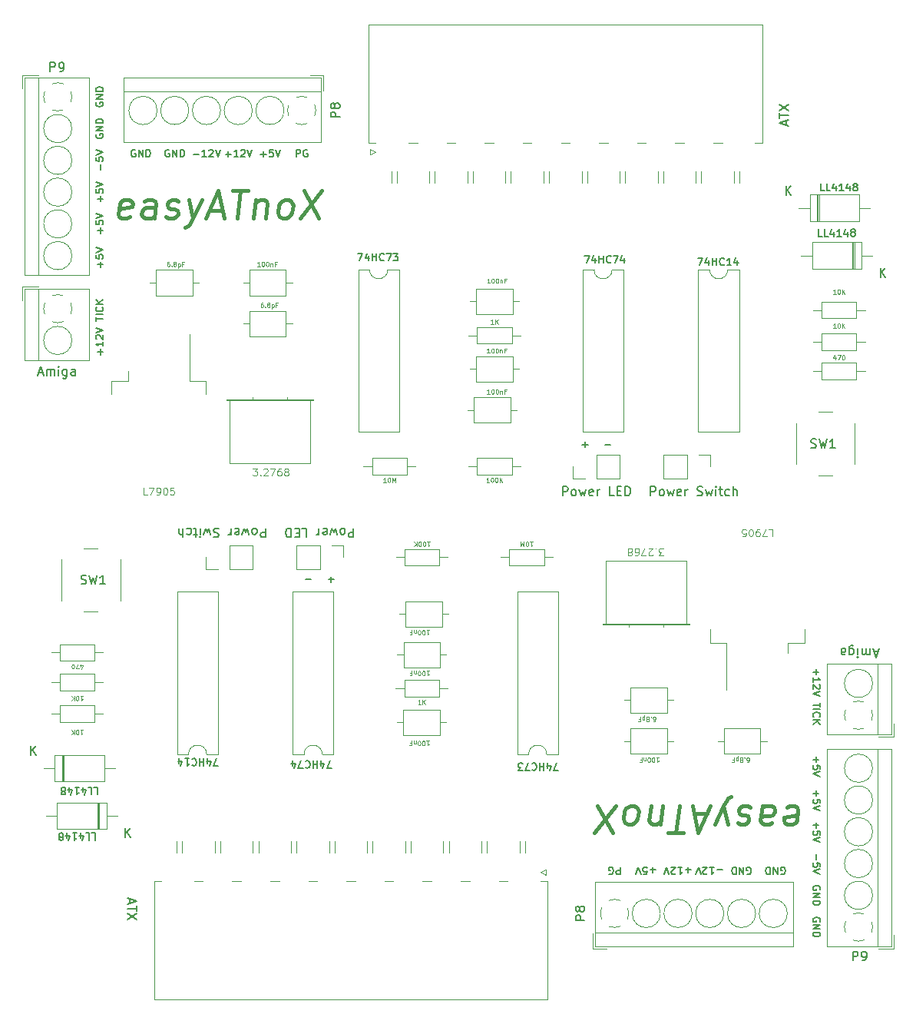
<source format=gbr>
%TF.GenerationSoftware,KiCad,Pcbnew,(6.0.6)*%
%TF.CreationDate,2022-06-26T13:55:29+05:00*%
%TF.ProjectId,MouseBite,4d6f7573-6542-4697-9465-2e6b69636164,rev?*%
%TF.SameCoordinates,Original*%
%TF.FileFunction,Legend,Top*%
%TF.FilePolarity,Positive*%
%FSLAX46Y46*%
G04 Gerber Fmt 4.6, Leading zero omitted, Abs format (unit mm)*
G04 Created by KiCad (PCBNEW (6.0.6)) date 2022-06-26 13:55:29*
%MOMM*%
%LPD*%
G01*
G04 APERTURE LIST*
%ADD10C,0.150000*%
%ADD11C,0.450000*%
%ADD12C,0.200000*%
%ADD13C,0.125000*%
%ADD14C,0.100000*%
%ADD15C,0.062500*%
%ADD16C,0.120000*%
G04 APERTURE END LIST*
D10*
X143150000Y-129640476D02*
X143188095Y-129564285D01*
X143188095Y-129450000D01*
X143150000Y-129335714D01*
X143073809Y-129259523D01*
X142997619Y-129221428D01*
X142845238Y-129183333D01*
X142730952Y-129183333D01*
X142578571Y-129221428D01*
X142502380Y-129259523D01*
X142426190Y-129335714D01*
X142388095Y-129450000D01*
X142388095Y-129526190D01*
X142426190Y-129640476D01*
X142464285Y-129678571D01*
X142730952Y-129678571D01*
X142730952Y-129526190D01*
X142388095Y-130021428D02*
X143188095Y-130021428D01*
X142388095Y-130478571D01*
X143188095Y-130478571D01*
X142388095Y-130859523D02*
X143188095Y-130859523D01*
X143188095Y-131050000D01*
X143150000Y-131164285D01*
X143073809Y-131240476D01*
X142997619Y-131278571D01*
X142845238Y-131316666D01*
X142730952Y-131316666D01*
X142578571Y-131278571D01*
X142502380Y-131240476D01*
X142426190Y-131164285D01*
X142388095Y-131050000D01*
X142388095Y-130859523D01*
X143188095Y-109030952D02*
X143188095Y-109488095D01*
X142388095Y-109259523D02*
X143188095Y-109259523D01*
X142388095Y-109754761D02*
X143188095Y-109754761D01*
X142464285Y-110592857D02*
X142426190Y-110554761D01*
X142388095Y-110440476D01*
X142388095Y-110364285D01*
X142426190Y-110250000D01*
X142502380Y-110173809D01*
X142578571Y-110135714D01*
X142730952Y-110097619D01*
X142845238Y-110097619D01*
X142997619Y-110135714D01*
X143073809Y-110173809D01*
X143150000Y-110250000D01*
X143188095Y-110364285D01*
X143188095Y-110440476D01*
X143150000Y-110554761D01*
X143111904Y-110592857D01*
X142388095Y-110935714D02*
X143188095Y-110935714D01*
X142388095Y-111392857D02*
X142845238Y-111050000D01*
X143188095Y-111392857D02*
X142730952Y-110935714D01*
X128909523Y-127442857D02*
X128300000Y-127442857D01*
X128604761Y-127138095D02*
X128604761Y-127747619D01*
X127500000Y-127138095D02*
X127957142Y-127138095D01*
X127728571Y-127138095D02*
X127728571Y-127938095D01*
X127804761Y-127823809D01*
X127880952Y-127747619D01*
X127957142Y-127709523D01*
X127195238Y-127861904D02*
X127157142Y-127900000D01*
X127080952Y-127938095D01*
X126890476Y-127938095D01*
X126814285Y-127900000D01*
X126776190Y-127861904D01*
X126738095Y-127785714D01*
X126738095Y-127709523D01*
X126776190Y-127595238D01*
X127233333Y-127138095D01*
X126738095Y-127138095D01*
X126509523Y-127938095D02*
X126242857Y-127138095D01*
X125976190Y-127938095D01*
X142692857Y-105340476D02*
X142692857Y-105950000D01*
X142388095Y-105645238D02*
X142997619Y-105645238D01*
X142388095Y-106750000D02*
X142388095Y-106292857D01*
X142388095Y-106521428D02*
X143188095Y-106521428D01*
X143073809Y-106445238D01*
X142997619Y-106369047D01*
X142959523Y-106292857D01*
X143111904Y-107054761D02*
X143150000Y-107092857D01*
X143188095Y-107169047D01*
X143188095Y-107359523D01*
X143150000Y-107435714D01*
X143111904Y-107473809D01*
X143035714Y-107511904D01*
X142959523Y-107511904D01*
X142845238Y-107473809D01*
X142388095Y-107016666D01*
X142388095Y-107511904D01*
X143188095Y-107740476D02*
X142388095Y-108007142D01*
X143188095Y-108273809D01*
X121109523Y-127138095D02*
X121109523Y-127938095D01*
X120804761Y-127938095D01*
X120728571Y-127900000D01*
X120690476Y-127861904D01*
X120652380Y-127785714D01*
X120652380Y-127671428D01*
X120690476Y-127595238D01*
X120728571Y-127557142D01*
X120804761Y-127519047D01*
X121109523Y-127519047D01*
X119890476Y-127900000D02*
X119966666Y-127938095D01*
X120080952Y-127938095D01*
X120195238Y-127900000D01*
X120271428Y-127823809D01*
X120309523Y-127747619D01*
X120347619Y-127595238D01*
X120347619Y-127480952D01*
X120309523Y-127328571D01*
X120271428Y-127252380D01*
X120195238Y-127176190D01*
X120080952Y-127138095D01*
X120004761Y-127138095D01*
X119890476Y-127176190D01*
X119852380Y-127214285D01*
X119852380Y-127480952D01*
X120004761Y-127480952D01*
X142692857Y-125721428D02*
X142692857Y-126330952D01*
X143188095Y-127092857D02*
X143188095Y-126711904D01*
X142807142Y-126673809D01*
X142845238Y-126711904D01*
X142883333Y-126788095D01*
X142883333Y-126978571D01*
X142845238Y-127054761D01*
X142807142Y-127092857D01*
X142730952Y-127130952D01*
X142540476Y-127130952D01*
X142464285Y-127092857D01*
X142426190Y-127054761D01*
X142388095Y-126978571D01*
X142388095Y-126788095D01*
X142426190Y-126711904D01*
X142464285Y-126673809D01*
X143188095Y-127359523D02*
X142388095Y-127626190D01*
X143188095Y-127892857D01*
X142692857Y-122221428D02*
X142692857Y-122830952D01*
X142388095Y-122526190D02*
X142997619Y-122526190D01*
X143188095Y-123592857D02*
X143188095Y-123211904D01*
X142807142Y-123173809D01*
X142845238Y-123211904D01*
X142883333Y-123288095D01*
X142883333Y-123478571D01*
X142845238Y-123554761D01*
X142807142Y-123592857D01*
X142730952Y-123630952D01*
X142540476Y-123630952D01*
X142464285Y-123592857D01*
X142426190Y-123554761D01*
X142388095Y-123478571D01*
X142388095Y-123288095D01*
X142426190Y-123211904D01*
X142464285Y-123173809D01*
X143188095Y-123859523D02*
X142388095Y-124126190D01*
X143188095Y-124392857D01*
X125028571Y-127442857D02*
X124419047Y-127442857D01*
X124723809Y-127138095D02*
X124723809Y-127747619D01*
X123657142Y-127938095D02*
X124038095Y-127938095D01*
X124076190Y-127557142D01*
X124038095Y-127595238D01*
X123961904Y-127633333D01*
X123771428Y-127633333D01*
X123695238Y-127595238D01*
X123657142Y-127557142D01*
X123619047Y-127480952D01*
X123619047Y-127290476D01*
X123657142Y-127214285D01*
X123695238Y-127176190D01*
X123771428Y-127138095D01*
X123961904Y-127138095D01*
X124038095Y-127176190D01*
X124076190Y-127214285D01*
X123390476Y-127938095D02*
X123123809Y-127138095D01*
X122857142Y-127938095D01*
X142692857Y-118721428D02*
X142692857Y-119330952D01*
X142388095Y-119026190D02*
X142997619Y-119026190D01*
X143188095Y-120092857D02*
X143188095Y-119711904D01*
X142807142Y-119673809D01*
X142845238Y-119711904D01*
X142883333Y-119788095D01*
X142883333Y-119978571D01*
X142845238Y-120054761D01*
X142807142Y-120092857D01*
X142730952Y-120130952D01*
X142540476Y-120130952D01*
X142464285Y-120092857D01*
X142426190Y-120054761D01*
X142388095Y-119978571D01*
X142388095Y-119788095D01*
X142426190Y-119711904D01*
X142464285Y-119673809D01*
X143188095Y-120359523D02*
X142388095Y-120626190D01*
X143188095Y-120892857D01*
D11*
X139480446Y-120535714D02*
X139784017Y-120392857D01*
X140355446Y-120392857D01*
X140623303Y-120535714D01*
X140730446Y-120821428D01*
X140587589Y-121964285D01*
X140409017Y-122250000D01*
X140105446Y-122392857D01*
X139534017Y-122392857D01*
X139266160Y-122250000D01*
X139159017Y-121964285D01*
X139194732Y-121678571D01*
X140659017Y-121392857D01*
X136784017Y-120392857D02*
X136587589Y-121964285D01*
X136694732Y-122250000D01*
X136962589Y-122392857D01*
X137534017Y-122392857D01*
X137837589Y-122250000D01*
X136766160Y-120535714D02*
X137069732Y-120392857D01*
X137784017Y-120392857D01*
X138051875Y-120535714D01*
X138159017Y-120821428D01*
X138123303Y-121107142D01*
X137944732Y-121392857D01*
X137641160Y-121535714D01*
X136926875Y-121535714D01*
X136623303Y-121678571D01*
X135480446Y-120535714D02*
X135212589Y-120392857D01*
X134641160Y-120392857D01*
X134337589Y-120535714D01*
X134159017Y-120821428D01*
X134141160Y-120964285D01*
X134248303Y-121250000D01*
X134516160Y-121392857D01*
X134944732Y-121392857D01*
X135212589Y-121535714D01*
X135319732Y-121821428D01*
X135301875Y-121964285D01*
X135123303Y-122250000D01*
X134819732Y-122392857D01*
X134391160Y-122392857D01*
X134123303Y-122250000D01*
X132962589Y-122392857D02*
X132498303Y-120392857D01*
X131534017Y-122392857D02*
X132498303Y-120392857D01*
X132873303Y-119678571D01*
X133034017Y-119535714D01*
X133337589Y-119392857D01*
X130676875Y-121250000D02*
X129248303Y-121250000D01*
X131069732Y-120392857D02*
X129694732Y-123392857D01*
X129069732Y-120392857D01*
X128123303Y-123392857D02*
X126409017Y-123392857D01*
X127641160Y-120392857D02*
X127266160Y-123392857D01*
X125534017Y-122392857D02*
X125784017Y-120392857D01*
X125569732Y-122107142D02*
X125409017Y-122250000D01*
X125105446Y-122392857D01*
X124676875Y-122392857D01*
X124409017Y-122250000D01*
X124301875Y-121964285D01*
X124498303Y-120392857D01*
X122641160Y-120392857D02*
X122909017Y-120535714D01*
X123034017Y-120678571D01*
X123141160Y-120964285D01*
X123034017Y-121821428D01*
X122855446Y-122107142D01*
X122694732Y-122250000D01*
X122391160Y-122392857D01*
X121962589Y-122392857D01*
X121694732Y-122250000D01*
X121569732Y-122107142D01*
X121462589Y-121821428D01*
X121569732Y-120964285D01*
X121748303Y-120678571D01*
X121909017Y-120535714D01*
X122212589Y-120392857D01*
X122641160Y-120392857D01*
X120266160Y-123392857D02*
X118641160Y-120392857D01*
X118266160Y-123392857D02*
X120641160Y-120392857D01*
D12*
X87054761Y-95442857D02*
X86445238Y-95442857D01*
D10*
X138859523Y-127900000D02*
X138935714Y-127938095D01*
X139050000Y-127938095D01*
X139164285Y-127900000D01*
X139240476Y-127823809D01*
X139278571Y-127747619D01*
X139316666Y-127595238D01*
X139316666Y-127480952D01*
X139278571Y-127328571D01*
X139240476Y-127252380D01*
X139164285Y-127176190D01*
X139050000Y-127138095D01*
X138973809Y-127138095D01*
X138859523Y-127176190D01*
X138821428Y-127214285D01*
X138821428Y-127480952D01*
X138973809Y-127480952D01*
X138478571Y-127138095D02*
X138478571Y-127938095D01*
X138021428Y-127138095D01*
X138021428Y-127938095D01*
X137640476Y-127138095D02*
X137640476Y-127938095D01*
X137450000Y-127938095D01*
X137335714Y-127900000D01*
X137259523Y-127823809D01*
X137221428Y-127747619D01*
X137183333Y-127595238D01*
X137183333Y-127480952D01*
X137221428Y-127328571D01*
X137259523Y-127252380D01*
X137335714Y-127176190D01*
X137450000Y-127138095D01*
X137640476Y-127138095D01*
X132409523Y-127442857D02*
X131800000Y-127442857D01*
X131000000Y-127138095D02*
X131457142Y-127138095D01*
X131228571Y-127138095D02*
X131228571Y-127938095D01*
X131304761Y-127823809D01*
X131380952Y-127747619D01*
X131457142Y-127709523D01*
X130695238Y-127861904D02*
X130657142Y-127900000D01*
X130580952Y-127938095D01*
X130390476Y-127938095D01*
X130314285Y-127900000D01*
X130276190Y-127861904D01*
X130238095Y-127785714D01*
X130238095Y-127709523D01*
X130276190Y-127595238D01*
X130733333Y-127138095D01*
X130238095Y-127138095D01*
X130009523Y-127938095D02*
X129742857Y-127138095D01*
X129476190Y-127938095D01*
D12*
X89554761Y-95442857D02*
X88945238Y-95442857D01*
X89250000Y-95138095D02*
X89250000Y-95747619D01*
D10*
X135109523Y-127900000D02*
X135185714Y-127938095D01*
X135300000Y-127938095D01*
X135414285Y-127900000D01*
X135490476Y-127823809D01*
X135528571Y-127747619D01*
X135566666Y-127595238D01*
X135566666Y-127480952D01*
X135528571Y-127328571D01*
X135490476Y-127252380D01*
X135414285Y-127176190D01*
X135300000Y-127138095D01*
X135223809Y-127138095D01*
X135109523Y-127176190D01*
X135071428Y-127214285D01*
X135071428Y-127480952D01*
X135223809Y-127480952D01*
X134728571Y-127138095D02*
X134728571Y-127938095D01*
X134271428Y-127138095D01*
X134271428Y-127938095D01*
X133890476Y-127138095D02*
X133890476Y-127938095D01*
X133700000Y-127938095D01*
X133585714Y-127900000D01*
X133509523Y-127823809D01*
X133471428Y-127747619D01*
X133433333Y-127595238D01*
X133433333Y-127480952D01*
X133471428Y-127328571D01*
X133509523Y-127252380D01*
X133585714Y-127176190D01*
X133700000Y-127138095D01*
X133890476Y-127138095D01*
X143150000Y-133140476D02*
X143188095Y-133064285D01*
X143188095Y-132950000D01*
X143150000Y-132835714D01*
X143073809Y-132759523D01*
X142997619Y-132721428D01*
X142845238Y-132683333D01*
X142730952Y-132683333D01*
X142578571Y-132721428D01*
X142502380Y-132759523D01*
X142426190Y-132835714D01*
X142388095Y-132950000D01*
X142388095Y-133026190D01*
X142426190Y-133140476D01*
X142464285Y-133178571D01*
X142730952Y-133178571D01*
X142730952Y-133026190D01*
X142388095Y-133521428D02*
X143188095Y-133521428D01*
X142388095Y-133978571D01*
X143188095Y-133978571D01*
X142388095Y-134359523D02*
X143188095Y-134359523D01*
X143188095Y-134550000D01*
X143150000Y-134664285D01*
X143073809Y-134740476D01*
X142997619Y-134778571D01*
X142845238Y-134816666D01*
X142730952Y-134816666D01*
X142578571Y-134778571D01*
X142502380Y-134740476D01*
X142426190Y-134664285D01*
X142388095Y-134550000D01*
X142388095Y-134359523D01*
X142692857Y-114971428D02*
X142692857Y-115580952D01*
X142388095Y-115276190D02*
X142997619Y-115276190D01*
X143188095Y-116342857D02*
X143188095Y-115961904D01*
X142807142Y-115923809D01*
X142845238Y-115961904D01*
X142883333Y-116038095D01*
X142883333Y-116228571D01*
X142845238Y-116304761D01*
X142807142Y-116342857D01*
X142730952Y-116380952D01*
X142540476Y-116380952D01*
X142464285Y-116342857D01*
X142426190Y-116304761D01*
X142388095Y-116228571D01*
X142388095Y-116038095D01*
X142426190Y-115961904D01*
X142464285Y-115923809D01*
X143188095Y-116609523D02*
X142388095Y-116876190D01*
X143188095Y-117142857D01*
X63311904Y-66969047D02*
X63311904Y-66511904D01*
X64111904Y-66740476D02*
X63311904Y-66740476D01*
X64111904Y-66245238D02*
X63311904Y-66245238D01*
X64035714Y-65407142D02*
X64073809Y-65445238D01*
X64111904Y-65559523D01*
X64111904Y-65635714D01*
X64073809Y-65750000D01*
X63997619Y-65826190D01*
X63921428Y-65864285D01*
X63769047Y-65902380D01*
X63654761Y-65902380D01*
X63502380Y-65864285D01*
X63426190Y-65826190D01*
X63350000Y-65750000D01*
X63311904Y-65635714D01*
X63311904Y-65559523D01*
X63350000Y-65445238D01*
X63388095Y-65407142D01*
X64111904Y-65064285D02*
X63311904Y-65064285D01*
X64111904Y-64607142D02*
X63654761Y-64950000D01*
X63311904Y-64607142D02*
X63769047Y-65064285D01*
X63350000Y-46359523D02*
X63311904Y-46435714D01*
X63311904Y-46550000D01*
X63350000Y-46664285D01*
X63426190Y-46740476D01*
X63502380Y-46778571D01*
X63654761Y-46816666D01*
X63769047Y-46816666D01*
X63921428Y-46778571D01*
X63997619Y-46740476D01*
X64073809Y-46664285D01*
X64111904Y-46550000D01*
X64111904Y-46473809D01*
X64073809Y-46359523D01*
X64035714Y-46321428D01*
X63769047Y-46321428D01*
X63769047Y-46473809D01*
X64111904Y-45978571D02*
X63311904Y-45978571D01*
X64111904Y-45521428D01*
X63311904Y-45521428D01*
X64111904Y-45140476D02*
X63311904Y-45140476D01*
X63311904Y-44950000D01*
X63350000Y-44835714D01*
X63426190Y-44759523D01*
X63502380Y-44721428D01*
X63654761Y-44683333D01*
X63769047Y-44683333D01*
X63921428Y-44721428D01*
X63997619Y-44759523D01*
X64073809Y-44835714D01*
X64111904Y-44950000D01*
X64111904Y-45140476D01*
D11*
X67019553Y-55464285D02*
X66715982Y-55607142D01*
X66144553Y-55607142D01*
X65876696Y-55464285D01*
X65769553Y-55178571D01*
X65912410Y-54035714D01*
X66090982Y-53750000D01*
X66394553Y-53607142D01*
X66965982Y-53607142D01*
X67233839Y-53750000D01*
X67340982Y-54035714D01*
X67305267Y-54321428D01*
X65840982Y-54607142D01*
X69715982Y-55607142D02*
X69912410Y-54035714D01*
X69805267Y-53750000D01*
X69537410Y-53607142D01*
X68965982Y-53607142D01*
X68662410Y-53750000D01*
X69733839Y-55464285D02*
X69430267Y-55607142D01*
X68715982Y-55607142D01*
X68448125Y-55464285D01*
X68340982Y-55178571D01*
X68376696Y-54892857D01*
X68555267Y-54607142D01*
X68858839Y-54464285D01*
X69573125Y-54464285D01*
X69876696Y-54321428D01*
X71019553Y-55464285D02*
X71287410Y-55607142D01*
X71858839Y-55607142D01*
X72162410Y-55464285D01*
X72340982Y-55178571D01*
X72358839Y-55035714D01*
X72251696Y-54750000D01*
X71983839Y-54607142D01*
X71555267Y-54607142D01*
X71287410Y-54464285D01*
X71180267Y-54178571D01*
X71198125Y-54035714D01*
X71376696Y-53750000D01*
X71680267Y-53607142D01*
X72108839Y-53607142D01*
X72376696Y-53750000D01*
X73537410Y-53607142D02*
X74001696Y-55607142D01*
X74965982Y-53607142D02*
X74001696Y-55607142D01*
X73626696Y-56321428D01*
X73465982Y-56464285D01*
X73162410Y-56607142D01*
X75823125Y-54750000D02*
X77251696Y-54750000D01*
X75430267Y-55607142D02*
X76805267Y-52607142D01*
X77430267Y-55607142D01*
X78376696Y-52607142D02*
X80090982Y-52607142D01*
X78858839Y-55607142D02*
X79233839Y-52607142D01*
X80965982Y-53607142D02*
X80715982Y-55607142D01*
X80930267Y-53892857D02*
X81090982Y-53750000D01*
X81394553Y-53607142D01*
X81823125Y-53607142D01*
X82090982Y-53750000D01*
X82198125Y-54035714D01*
X82001696Y-55607142D01*
X83858839Y-55607142D02*
X83590982Y-55464285D01*
X83465982Y-55321428D01*
X83358839Y-55035714D01*
X83465982Y-54178571D01*
X83644553Y-53892857D01*
X83805267Y-53750000D01*
X84108839Y-53607142D01*
X84537410Y-53607142D01*
X84805267Y-53750000D01*
X84930267Y-53892857D01*
X85037410Y-54178571D01*
X84930267Y-55035714D01*
X84751696Y-55321428D01*
X84590982Y-55464285D01*
X84287410Y-55607142D01*
X83858839Y-55607142D01*
X86233839Y-52607142D02*
X87858839Y-55607142D01*
X88233839Y-52607142D02*
X85858839Y-55607142D01*
D10*
X71390476Y-48100000D02*
X71314285Y-48061904D01*
X71200000Y-48061904D01*
X71085714Y-48100000D01*
X71009523Y-48176190D01*
X70971428Y-48252380D01*
X70933333Y-48404761D01*
X70933333Y-48519047D01*
X70971428Y-48671428D01*
X71009523Y-48747619D01*
X71085714Y-48823809D01*
X71200000Y-48861904D01*
X71276190Y-48861904D01*
X71390476Y-48823809D01*
X71428571Y-48785714D01*
X71428571Y-48519047D01*
X71276190Y-48519047D01*
X71771428Y-48861904D02*
X71771428Y-48061904D01*
X72228571Y-48861904D01*
X72228571Y-48061904D01*
X72609523Y-48861904D02*
X72609523Y-48061904D01*
X72800000Y-48061904D01*
X72914285Y-48100000D01*
X72990476Y-48176190D01*
X73028571Y-48252380D01*
X73066666Y-48404761D01*
X73066666Y-48519047D01*
X73028571Y-48671428D01*
X72990476Y-48747619D01*
X72914285Y-48823809D01*
X72800000Y-48861904D01*
X72609523Y-48861904D01*
X63807142Y-70659523D02*
X63807142Y-70050000D01*
X64111904Y-70354761D02*
X63502380Y-70354761D01*
X64111904Y-69250000D02*
X64111904Y-69707142D01*
X64111904Y-69478571D02*
X63311904Y-69478571D01*
X63426190Y-69554761D01*
X63502380Y-69630952D01*
X63540476Y-69707142D01*
X63388095Y-68945238D02*
X63350000Y-68907142D01*
X63311904Y-68830952D01*
X63311904Y-68640476D01*
X63350000Y-68564285D01*
X63388095Y-68526190D01*
X63464285Y-68488095D01*
X63540476Y-68488095D01*
X63654761Y-68526190D01*
X64111904Y-68983333D01*
X64111904Y-68488095D01*
X63311904Y-68259523D02*
X64111904Y-67992857D01*
X63311904Y-67726190D01*
D12*
X119445238Y-80557142D02*
X120054761Y-80557142D01*
D10*
X81471428Y-48557142D02*
X82080952Y-48557142D01*
X81776190Y-48861904D02*
X81776190Y-48252380D01*
X82842857Y-48061904D02*
X82461904Y-48061904D01*
X82423809Y-48442857D01*
X82461904Y-48404761D01*
X82538095Y-48366666D01*
X82728571Y-48366666D01*
X82804761Y-48404761D01*
X82842857Y-48442857D01*
X82880952Y-48519047D01*
X82880952Y-48709523D01*
X82842857Y-48785714D01*
X82804761Y-48823809D01*
X82728571Y-48861904D01*
X82538095Y-48861904D01*
X82461904Y-48823809D01*
X82423809Y-48785714D01*
X83109523Y-48061904D02*
X83376190Y-48861904D01*
X83642857Y-48061904D01*
X77590476Y-48557142D02*
X78200000Y-48557142D01*
X77895238Y-48861904D02*
X77895238Y-48252380D01*
X79000000Y-48861904D02*
X78542857Y-48861904D01*
X78771428Y-48861904D02*
X78771428Y-48061904D01*
X78695238Y-48176190D01*
X78619047Y-48252380D01*
X78542857Y-48290476D01*
X79304761Y-48138095D02*
X79342857Y-48100000D01*
X79419047Y-48061904D01*
X79609523Y-48061904D01*
X79685714Y-48100000D01*
X79723809Y-48138095D01*
X79761904Y-48214285D01*
X79761904Y-48290476D01*
X79723809Y-48404761D01*
X79266666Y-48861904D01*
X79761904Y-48861904D01*
X79990476Y-48061904D02*
X80257142Y-48861904D01*
X80523809Y-48061904D01*
X63807142Y-61028571D02*
X63807142Y-60419047D01*
X64111904Y-60723809D02*
X63502380Y-60723809D01*
X63311904Y-59657142D02*
X63311904Y-60038095D01*
X63692857Y-60076190D01*
X63654761Y-60038095D01*
X63616666Y-59961904D01*
X63616666Y-59771428D01*
X63654761Y-59695238D01*
X63692857Y-59657142D01*
X63769047Y-59619047D01*
X63959523Y-59619047D01*
X64035714Y-59657142D01*
X64073809Y-59695238D01*
X64111904Y-59771428D01*
X64111904Y-59961904D01*
X64073809Y-60038095D01*
X64035714Y-60076190D01*
X63311904Y-59390476D02*
X64111904Y-59123809D01*
X63311904Y-58857142D01*
X63350000Y-42859523D02*
X63311904Y-42935714D01*
X63311904Y-43050000D01*
X63350000Y-43164285D01*
X63426190Y-43240476D01*
X63502380Y-43278571D01*
X63654761Y-43316666D01*
X63769047Y-43316666D01*
X63921428Y-43278571D01*
X63997619Y-43240476D01*
X64073809Y-43164285D01*
X64111904Y-43050000D01*
X64111904Y-42973809D01*
X64073809Y-42859523D01*
X64035714Y-42821428D01*
X63769047Y-42821428D01*
X63769047Y-42973809D01*
X64111904Y-42478571D02*
X63311904Y-42478571D01*
X64111904Y-42021428D01*
X63311904Y-42021428D01*
X64111904Y-41640476D02*
X63311904Y-41640476D01*
X63311904Y-41450000D01*
X63350000Y-41335714D01*
X63426190Y-41259523D01*
X63502380Y-41221428D01*
X63654761Y-41183333D01*
X63769047Y-41183333D01*
X63921428Y-41221428D01*
X63997619Y-41259523D01*
X64073809Y-41335714D01*
X64111904Y-41450000D01*
X64111904Y-41640476D01*
X63807142Y-57278571D02*
X63807142Y-56669047D01*
X64111904Y-56973809D02*
X63502380Y-56973809D01*
X63311904Y-55907142D02*
X63311904Y-56288095D01*
X63692857Y-56326190D01*
X63654761Y-56288095D01*
X63616666Y-56211904D01*
X63616666Y-56021428D01*
X63654761Y-55945238D01*
X63692857Y-55907142D01*
X63769047Y-55869047D01*
X63959523Y-55869047D01*
X64035714Y-55907142D01*
X64073809Y-55945238D01*
X64111904Y-56021428D01*
X64111904Y-56211904D01*
X64073809Y-56288095D01*
X64035714Y-56326190D01*
X63311904Y-55640476D02*
X64111904Y-55373809D01*
X63311904Y-55107142D01*
X67640476Y-48100000D02*
X67564285Y-48061904D01*
X67450000Y-48061904D01*
X67335714Y-48100000D01*
X67259523Y-48176190D01*
X67221428Y-48252380D01*
X67183333Y-48404761D01*
X67183333Y-48519047D01*
X67221428Y-48671428D01*
X67259523Y-48747619D01*
X67335714Y-48823809D01*
X67450000Y-48861904D01*
X67526190Y-48861904D01*
X67640476Y-48823809D01*
X67678571Y-48785714D01*
X67678571Y-48519047D01*
X67526190Y-48519047D01*
X68021428Y-48861904D02*
X68021428Y-48061904D01*
X68478571Y-48861904D01*
X68478571Y-48061904D01*
X68859523Y-48861904D02*
X68859523Y-48061904D01*
X69050000Y-48061904D01*
X69164285Y-48100000D01*
X69240476Y-48176190D01*
X69278571Y-48252380D01*
X69316666Y-48404761D01*
X69316666Y-48519047D01*
X69278571Y-48671428D01*
X69240476Y-48747619D01*
X69164285Y-48823809D01*
X69050000Y-48861904D01*
X68859523Y-48861904D01*
D12*
X116945238Y-80557142D02*
X117554761Y-80557142D01*
X117250000Y-80861904D02*
X117250000Y-80252380D01*
D10*
X74090476Y-48557142D02*
X74700000Y-48557142D01*
X75500000Y-48861904D02*
X75042857Y-48861904D01*
X75271428Y-48861904D02*
X75271428Y-48061904D01*
X75195238Y-48176190D01*
X75119047Y-48252380D01*
X75042857Y-48290476D01*
X75804761Y-48138095D02*
X75842857Y-48100000D01*
X75919047Y-48061904D01*
X76109523Y-48061904D01*
X76185714Y-48100000D01*
X76223809Y-48138095D01*
X76261904Y-48214285D01*
X76261904Y-48290476D01*
X76223809Y-48404761D01*
X75766666Y-48861904D01*
X76261904Y-48861904D01*
X76490476Y-48061904D02*
X76757142Y-48861904D01*
X77023809Y-48061904D01*
X63807142Y-53778571D02*
X63807142Y-53169047D01*
X64111904Y-53473809D02*
X63502380Y-53473809D01*
X63311904Y-52407142D02*
X63311904Y-52788095D01*
X63692857Y-52826190D01*
X63654761Y-52788095D01*
X63616666Y-52711904D01*
X63616666Y-52521428D01*
X63654761Y-52445238D01*
X63692857Y-52407142D01*
X63769047Y-52369047D01*
X63959523Y-52369047D01*
X64035714Y-52407142D01*
X64073809Y-52445238D01*
X64111904Y-52521428D01*
X64111904Y-52711904D01*
X64073809Y-52788095D01*
X64035714Y-52826190D01*
X63311904Y-52140476D02*
X64111904Y-51873809D01*
X63311904Y-51607142D01*
X63807142Y-50278571D02*
X63807142Y-49669047D01*
X63311904Y-48907142D02*
X63311904Y-49288095D01*
X63692857Y-49326190D01*
X63654761Y-49288095D01*
X63616666Y-49211904D01*
X63616666Y-49021428D01*
X63654761Y-48945238D01*
X63692857Y-48907142D01*
X63769047Y-48869047D01*
X63959523Y-48869047D01*
X64035714Y-48907142D01*
X64073809Y-48945238D01*
X64111904Y-49021428D01*
X64111904Y-49211904D01*
X64073809Y-49288095D01*
X64035714Y-49326190D01*
X63311904Y-48640476D02*
X64111904Y-48373809D01*
X63311904Y-48107142D01*
X85390476Y-48861904D02*
X85390476Y-48061904D01*
X85695238Y-48061904D01*
X85771428Y-48100000D01*
X85809523Y-48138095D01*
X85847619Y-48214285D01*
X85847619Y-48328571D01*
X85809523Y-48404761D01*
X85771428Y-48442857D01*
X85695238Y-48480952D01*
X85390476Y-48480952D01*
X86609523Y-48100000D02*
X86533333Y-48061904D01*
X86419047Y-48061904D01*
X86304761Y-48100000D01*
X86228571Y-48176190D01*
X86190476Y-48252380D01*
X86152380Y-48404761D01*
X86152380Y-48519047D01*
X86190476Y-48671428D01*
X86228571Y-48747619D01*
X86304761Y-48823809D01*
X86419047Y-48861904D01*
X86495238Y-48861904D01*
X86609523Y-48823809D01*
X86647619Y-48785714D01*
X86647619Y-48519047D01*
X86495238Y-48519047D01*
D13*
%TO.C,R1*%
X61595238Y-112023809D02*
X61880952Y-112023809D01*
X61738095Y-112023809D02*
X61738095Y-112523809D01*
X61785714Y-112452380D01*
X61833333Y-112404761D01*
X61880952Y-112380952D01*
X61285714Y-112523809D02*
X61238095Y-112523809D01*
X61190476Y-112500000D01*
X61166666Y-112476190D01*
X61142857Y-112428571D01*
X61119047Y-112333333D01*
X61119047Y-112214285D01*
X61142857Y-112119047D01*
X61166666Y-112071428D01*
X61190476Y-112047619D01*
X61238095Y-112023809D01*
X61285714Y-112023809D01*
X61333333Y-112047619D01*
X61357142Y-112071428D01*
X61380952Y-112119047D01*
X61404761Y-112214285D01*
X61404761Y-112333333D01*
X61380952Y-112428571D01*
X61357142Y-112476190D01*
X61333333Y-112500000D01*
X61285714Y-112523809D01*
X60904761Y-112023809D02*
X60904761Y-112523809D01*
X60619047Y-112023809D02*
X60833333Y-112309523D01*
X60619047Y-112523809D02*
X60904761Y-112238095D01*
D10*
%TO.C,J4*%
X91714285Y-89797619D02*
X91714285Y-90797619D01*
X91333333Y-90797619D01*
X91238095Y-90750000D01*
X91190476Y-90702380D01*
X91142857Y-90607142D01*
X91142857Y-90464285D01*
X91190476Y-90369047D01*
X91238095Y-90321428D01*
X91333333Y-90273809D01*
X91714285Y-90273809D01*
X90571428Y-89797619D02*
X90666666Y-89845238D01*
X90714285Y-89892857D01*
X90761904Y-89988095D01*
X90761904Y-90273809D01*
X90714285Y-90369047D01*
X90666666Y-90416666D01*
X90571428Y-90464285D01*
X90428571Y-90464285D01*
X90333333Y-90416666D01*
X90285714Y-90369047D01*
X90238095Y-90273809D01*
X90238095Y-89988095D01*
X90285714Y-89892857D01*
X90333333Y-89845238D01*
X90428571Y-89797619D01*
X90571428Y-89797619D01*
X89904761Y-90464285D02*
X89714285Y-89797619D01*
X89523809Y-90273809D01*
X89333333Y-89797619D01*
X89142857Y-90464285D01*
X88380952Y-89845238D02*
X88476190Y-89797619D01*
X88666666Y-89797619D01*
X88761904Y-89845238D01*
X88809523Y-89940476D01*
X88809523Y-90321428D01*
X88761904Y-90416666D01*
X88666666Y-90464285D01*
X88476190Y-90464285D01*
X88380952Y-90416666D01*
X88333333Y-90321428D01*
X88333333Y-90226190D01*
X88809523Y-90130952D01*
X87904761Y-89797619D02*
X87904761Y-90464285D01*
X87904761Y-90273809D02*
X87857142Y-90369047D01*
X87809523Y-90416666D01*
X87714285Y-90464285D01*
X87619047Y-90464285D01*
X86047619Y-89797619D02*
X86523809Y-89797619D01*
X86523809Y-90797619D01*
X85714285Y-90321428D02*
X85380952Y-90321428D01*
X85238095Y-89797619D02*
X85714285Y-89797619D01*
X85714285Y-90797619D01*
X85238095Y-90797619D01*
X84809523Y-89797619D02*
X84809523Y-90797619D01*
X84571428Y-90797619D01*
X84428571Y-90750000D01*
X84333333Y-90654761D01*
X84285714Y-90559523D01*
X84238095Y-90369047D01*
X84238095Y-90226190D01*
X84285714Y-90035714D01*
X84333333Y-89940476D01*
X84428571Y-89845238D01*
X84571428Y-89797619D01*
X84809523Y-89797619D01*
%TO.C,J1*%
X82011904Y-89797619D02*
X82011904Y-90797619D01*
X81630952Y-90797619D01*
X81535714Y-90750000D01*
X81488095Y-90702380D01*
X81440476Y-90607142D01*
X81440476Y-90464285D01*
X81488095Y-90369047D01*
X81535714Y-90321428D01*
X81630952Y-90273809D01*
X82011904Y-90273809D01*
X80869047Y-89797619D02*
X80964285Y-89845238D01*
X81011904Y-89892857D01*
X81059523Y-89988095D01*
X81059523Y-90273809D01*
X81011904Y-90369047D01*
X80964285Y-90416666D01*
X80869047Y-90464285D01*
X80726190Y-90464285D01*
X80630952Y-90416666D01*
X80583333Y-90369047D01*
X80535714Y-90273809D01*
X80535714Y-89988095D01*
X80583333Y-89892857D01*
X80630952Y-89845238D01*
X80726190Y-89797619D01*
X80869047Y-89797619D01*
X80202380Y-90464285D02*
X80011904Y-89797619D01*
X79821428Y-90273809D01*
X79630952Y-89797619D01*
X79440476Y-90464285D01*
X78678571Y-89845238D02*
X78773809Y-89797619D01*
X78964285Y-89797619D01*
X79059523Y-89845238D01*
X79107142Y-89940476D01*
X79107142Y-90321428D01*
X79059523Y-90416666D01*
X78964285Y-90464285D01*
X78773809Y-90464285D01*
X78678571Y-90416666D01*
X78630952Y-90321428D01*
X78630952Y-90226190D01*
X79107142Y-90130952D01*
X78202380Y-89797619D02*
X78202380Y-90464285D01*
X78202380Y-90273809D02*
X78154761Y-90369047D01*
X78107142Y-90416666D01*
X78011904Y-90464285D01*
X77916666Y-90464285D01*
X76869047Y-89845238D02*
X76726190Y-89797619D01*
X76488095Y-89797619D01*
X76392857Y-89845238D01*
X76345238Y-89892857D01*
X76297619Y-89988095D01*
X76297619Y-90083333D01*
X76345238Y-90178571D01*
X76392857Y-90226190D01*
X76488095Y-90273809D01*
X76678571Y-90321428D01*
X76773809Y-90369047D01*
X76821428Y-90416666D01*
X76869047Y-90511904D01*
X76869047Y-90607142D01*
X76821428Y-90702380D01*
X76773809Y-90750000D01*
X76678571Y-90797619D01*
X76440476Y-90797619D01*
X76297619Y-90750000D01*
X75964285Y-90464285D02*
X75773809Y-89797619D01*
X75583333Y-90273809D01*
X75392857Y-89797619D01*
X75202380Y-90464285D01*
X74821428Y-89797619D02*
X74821428Y-90464285D01*
X74821428Y-90797619D02*
X74869047Y-90750000D01*
X74821428Y-90702380D01*
X74773809Y-90750000D01*
X74821428Y-90797619D01*
X74821428Y-90702380D01*
X74488095Y-90464285D02*
X74107142Y-90464285D01*
X74345238Y-90797619D02*
X74345238Y-89940476D01*
X74297619Y-89845238D01*
X74202380Y-89797619D01*
X74107142Y-89797619D01*
X73345238Y-89845238D02*
X73440476Y-89797619D01*
X73630952Y-89797619D01*
X73726190Y-89845238D01*
X73773809Y-89892857D01*
X73821428Y-89988095D01*
X73821428Y-90273809D01*
X73773809Y-90369047D01*
X73726190Y-90416666D01*
X73630952Y-90464285D01*
X73440476Y-90464285D01*
X73345238Y-90416666D01*
X72916666Y-89797619D02*
X72916666Y-90797619D01*
X72488095Y-89797619D02*
X72488095Y-90321428D01*
X72535714Y-90416666D01*
X72630952Y-90464285D01*
X72773809Y-90464285D01*
X72869047Y-90416666D01*
X72916666Y-90369047D01*
%TO.C,U5*%
X114303571Y-116483095D02*
X113770238Y-116483095D01*
X114113095Y-115683095D01*
X113122619Y-116216428D02*
X113122619Y-115683095D01*
X113313095Y-116521190D02*
X113503571Y-115949761D01*
X113008333Y-115949761D01*
X112703571Y-115683095D02*
X112703571Y-116483095D01*
X112703571Y-116102142D02*
X112246428Y-116102142D01*
X112246428Y-115683095D02*
X112246428Y-116483095D01*
X111408333Y-115759285D02*
X111446428Y-115721190D01*
X111560714Y-115683095D01*
X111636904Y-115683095D01*
X111751190Y-115721190D01*
X111827380Y-115797380D01*
X111865476Y-115873571D01*
X111903571Y-116025952D01*
X111903571Y-116140238D01*
X111865476Y-116292619D01*
X111827380Y-116368809D01*
X111751190Y-116445000D01*
X111636904Y-116483095D01*
X111560714Y-116483095D01*
X111446428Y-116445000D01*
X111408333Y-116406904D01*
X111141666Y-116483095D02*
X110608333Y-116483095D01*
X110951190Y-115683095D01*
X110379761Y-116483095D02*
X109884523Y-116483095D01*
X110151190Y-116178333D01*
X110036904Y-116178333D01*
X109960714Y-116140238D01*
X109922619Y-116102142D01*
X109884523Y-116025952D01*
X109884523Y-115835476D01*
X109922619Y-115759285D01*
X109960714Y-115721190D01*
X110036904Y-115683095D01*
X110265476Y-115683095D01*
X110341666Y-115721190D01*
X110379761Y-115759285D01*
D13*
%TO.C,C8*%
X135102380Y-115568809D02*
X135197619Y-115568809D01*
X135245238Y-115545000D01*
X135269047Y-115521190D01*
X135316666Y-115449761D01*
X135340476Y-115354523D01*
X135340476Y-115164047D01*
X135316666Y-115116428D01*
X135292857Y-115092619D01*
X135245238Y-115068809D01*
X135150000Y-115068809D01*
X135102380Y-115092619D01*
X135078571Y-115116428D01*
X135054761Y-115164047D01*
X135054761Y-115283095D01*
X135078571Y-115330714D01*
X135102380Y-115354523D01*
X135150000Y-115378333D01*
X135245238Y-115378333D01*
X135292857Y-115354523D01*
X135316666Y-115330714D01*
X135340476Y-115283095D01*
X134840476Y-115116428D02*
X134816666Y-115092619D01*
X134840476Y-115068809D01*
X134864285Y-115092619D01*
X134840476Y-115116428D01*
X134840476Y-115068809D01*
X134530952Y-115354523D02*
X134578571Y-115378333D01*
X134602380Y-115402142D01*
X134626190Y-115449761D01*
X134626190Y-115473571D01*
X134602380Y-115521190D01*
X134578571Y-115545000D01*
X134530952Y-115568809D01*
X134435714Y-115568809D01*
X134388095Y-115545000D01*
X134364285Y-115521190D01*
X134340476Y-115473571D01*
X134340476Y-115449761D01*
X134364285Y-115402142D01*
X134388095Y-115378333D01*
X134435714Y-115354523D01*
X134530952Y-115354523D01*
X134578571Y-115330714D01*
X134602380Y-115306904D01*
X134626190Y-115259285D01*
X134626190Y-115164047D01*
X134602380Y-115116428D01*
X134578571Y-115092619D01*
X134530952Y-115068809D01*
X134435714Y-115068809D01*
X134388095Y-115092619D01*
X134364285Y-115116428D01*
X134340476Y-115164047D01*
X134340476Y-115259285D01*
X134364285Y-115306904D01*
X134388095Y-115330714D01*
X134435714Y-115354523D01*
X134126190Y-115402142D02*
X134126190Y-114902142D01*
X134126190Y-115378333D02*
X134078571Y-115402142D01*
X133983333Y-115402142D01*
X133935714Y-115378333D01*
X133911904Y-115354523D01*
X133888095Y-115306904D01*
X133888095Y-115164047D01*
X133911904Y-115116428D01*
X133935714Y-115092619D01*
X133983333Y-115068809D01*
X134078571Y-115068809D01*
X134126190Y-115092619D01*
X133507142Y-115330714D02*
X133673809Y-115330714D01*
X133673809Y-115068809D02*
X133673809Y-115568809D01*
X133435714Y-115568809D01*
D10*
%TO.C,U1*%
X89303571Y-116233095D02*
X88770238Y-116233095D01*
X89113095Y-115433095D01*
X88122619Y-115966428D02*
X88122619Y-115433095D01*
X88313095Y-116271190D02*
X88503571Y-115699761D01*
X88008333Y-115699761D01*
X87703571Y-115433095D02*
X87703571Y-116233095D01*
X87703571Y-115852142D02*
X87246428Y-115852142D01*
X87246428Y-115433095D02*
X87246428Y-116233095D01*
X86408333Y-115509285D02*
X86446428Y-115471190D01*
X86560714Y-115433095D01*
X86636904Y-115433095D01*
X86751190Y-115471190D01*
X86827380Y-115547380D01*
X86865476Y-115623571D01*
X86903571Y-115775952D01*
X86903571Y-115890238D01*
X86865476Y-116042619D01*
X86827380Y-116118809D01*
X86751190Y-116195000D01*
X86636904Y-116233095D01*
X86560714Y-116233095D01*
X86446428Y-116195000D01*
X86408333Y-116156904D01*
X86141666Y-116233095D02*
X85608333Y-116233095D01*
X85951190Y-115433095D01*
X84960714Y-115966428D02*
X84960714Y-115433095D01*
X85151190Y-116271190D02*
X85341666Y-115699761D01*
X84846428Y-115699761D01*
D14*
%TO.C,Y1*%
X125880952Y-92788095D02*
X125385714Y-92788095D01*
X125652380Y-92483333D01*
X125538095Y-92483333D01*
X125461904Y-92445238D01*
X125423809Y-92407142D01*
X125385714Y-92330952D01*
X125385714Y-92140476D01*
X125423809Y-92064285D01*
X125461904Y-92026190D01*
X125538095Y-91988095D01*
X125766666Y-91988095D01*
X125842857Y-92026190D01*
X125880952Y-92064285D01*
X125042857Y-92064285D02*
X125004761Y-92026190D01*
X125042857Y-91988095D01*
X125080952Y-92026190D01*
X125042857Y-92064285D01*
X125042857Y-91988095D01*
X124700000Y-92711904D02*
X124661904Y-92750000D01*
X124585714Y-92788095D01*
X124395238Y-92788095D01*
X124319047Y-92750000D01*
X124280952Y-92711904D01*
X124242857Y-92635714D01*
X124242857Y-92559523D01*
X124280952Y-92445238D01*
X124738095Y-91988095D01*
X124242857Y-91988095D01*
X123976190Y-92788095D02*
X123442857Y-92788095D01*
X123785714Y-91988095D01*
X122795238Y-92788095D02*
X122947619Y-92788095D01*
X123023809Y-92750000D01*
X123061904Y-92711904D01*
X123138095Y-92597619D01*
X123176190Y-92445238D01*
X123176190Y-92140476D01*
X123138095Y-92064285D01*
X123100000Y-92026190D01*
X123023809Y-91988095D01*
X122871428Y-91988095D01*
X122795238Y-92026190D01*
X122757142Y-92064285D01*
X122719047Y-92140476D01*
X122719047Y-92330952D01*
X122757142Y-92407142D01*
X122795238Y-92445238D01*
X122871428Y-92483333D01*
X123023809Y-92483333D01*
X123100000Y-92445238D01*
X123138095Y-92407142D01*
X123176190Y-92330952D01*
X122261904Y-92445238D02*
X122338095Y-92483333D01*
X122376190Y-92521428D01*
X122414285Y-92597619D01*
X122414285Y-92635714D01*
X122376190Y-92711904D01*
X122338095Y-92750000D01*
X122261904Y-92788095D01*
X122109523Y-92788095D01*
X122033333Y-92750000D01*
X121995238Y-92711904D01*
X121957142Y-92635714D01*
X121957142Y-92597619D01*
X121995238Y-92521428D01*
X122033333Y-92483333D01*
X122109523Y-92445238D01*
X122261904Y-92445238D01*
X122338095Y-92407142D01*
X122376190Y-92369047D01*
X122414285Y-92292857D01*
X122414285Y-92140476D01*
X122376190Y-92064285D01*
X122338095Y-92026190D01*
X122261904Y-91988095D01*
X122109523Y-91988095D01*
X122033333Y-92026190D01*
X121995238Y-92064285D01*
X121957142Y-92140476D01*
X121957142Y-92292857D01*
X121995238Y-92369047D01*
X122033333Y-92407142D01*
X122109523Y-92445238D01*
D10*
%TO.C,ATX*%
X67083333Y-130654761D02*
X67083333Y-131130952D01*
X66797619Y-130559523D02*
X67797619Y-130892857D01*
X66797619Y-131226190D01*
X67797619Y-131416666D02*
X67797619Y-131988095D01*
X66797619Y-131702380D02*
X67797619Y-131702380D01*
X67797619Y-132226190D02*
X66797619Y-132892857D01*
X67797619Y-132892857D02*
X66797619Y-132226190D01*
%TO.C,U2*%
X76803571Y-115983095D02*
X76270238Y-115983095D01*
X76613095Y-115183095D01*
X75622619Y-115716428D02*
X75622619Y-115183095D01*
X75813095Y-116021190D02*
X76003571Y-115449761D01*
X75508333Y-115449761D01*
X75203571Y-115183095D02*
X75203571Y-115983095D01*
X75203571Y-115602142D02*
X74746428Y-115602142D01*
X74746428Y-115183095D02*
X74746428Y-115983095D01*
X73908333Y-115259285D02*
X73946428Y-115221190D01*
X74060714Y-115183095D01*
X74136904Y-115183095D01*
X74251190Y-115221190D01*
X74327380Y-115297380D01*
X74365476Y-115373571D01*
X74403571Y-115525952D01*
X74403571Y-115640238D01*
X74365476Y-115792619D01*
X74327380Y-115868809D01*
X74251190Y-115945000D01*
X74136904Y-115983095D01*
X74060714Y-115983095D01*
X73946428Y-115945000D01*
X73908333Y-115906904D01*
X73146428Y-115183095D02*
X73603571Y-115183095D01*
X73375000Y-115183095D02*
X73375000Y-115983095D01*
X73451190Y-115868809D01*
X73527380Y-115792619D01*
X73603571Y-115754523D01*
X72460714Y-115716428D02*
X72460714Y-115183095D01*
X72651190Y-116021190D02*
X72841666Y-115449761D01*
X72346428Y-115449761D01*
D15*
%TO.C,C5*%
X99758809Y-113228809D02*
X100044523Y-113228809D01*
X99901666Y-113228809D02*
X99901666Y-113728809D01*
X99949285Y-113657380D01*
X99996904Y-113609761D01*
X100044523Y-113585952D01*
X99449285Y-113728809D02*
X99401666Y-113728809D01*
X99354047Y-113705000D01*
X99330238Y-113681190D01*
X99306428Y-113633571D01*
X99282619Y-113538333D01*
X99282619Y-113419285D01*
X99306428Y-113324047D01*
X99330238Y-113276428D01*
X99354047Y-113252619D01*
X99401666Y-113228809D01*
X99449285Y-113228809D01*
X99496904Y-113252619D01*
X99520714Y-113276428D01*
X99544523Y-113324047D01*
X99568333Y-113419285D01*
X99568333Y-113538333D01*
X99544523Y-113633571D01*
X99520714Y-113681190D01*
X99496904Y-113705000D01*
X99449285Y-113728809D01*
X98973095Y-113728809D02*
X98925476Y-113728809D01*
X98877857Y-113705000D01*
X98854047Y-113681190D01*
X98830238Y-113633571D01*
X98806428Y-113538333D01*
X98806428Y-113419285D01*
X98830238Y-113324047D01*
X98854047Y-113276428D01*
X98877857Y-113252619D01*
X98925476Y-113228809D01*
X98973095Y-113228809D01*
X99020714Y-113252619D01*
X99044523Y-113276428D01*
X99068333Y-113324047D01*
X99092142Y-113419285D01*
X99092142Y-113538333D01*
X99068333Y-113633571D01*
X99044523Y-113681190D01*
X99020714Y-113705000D01*
X98973095Y-113728809D01*
X98592142Y-113562142D02*
X98592142Y-113228809D01*
X98592142Y-113514523D02*
X98568333Y-113538333D01*
X98520714Y-113562142D01*
X98449285Y-113562142D01*
X98401666Y-113538333D01*
X98377857Y-113490714D01*
X98377857Y-113228809D01*
X97973095Y-113490714D02*
X98139761Y-113490714D01*
X98139761Y-113228809D02*
X98139761Y-113728809D01*
X97901666Y-113728809D01*
D10*
%TO.C,D2*%
X62850000Y-123388095D02*
X63230952Y-123388095D01*
X63230952Y-124188095D01*
X62202380Y-123388095D02*
X62583333Y-123388095D01*
X62583333Y-124188095D01*
X61592857Y-123921428D02*
X61592857Y-123388095D01*
X61783333Y-124226190D02*
X61973809Y-123654761D01*
X61478571Y-123654761D01*
X60754761Y-123388095D02*
X61211904Y-123388095D01*
X60983333Y-123388095D02*
X60983333Y-124188095D01*
X61059523Y-124073809D01*
X61135714Y-123997619D01*
X61211904Y-123959523D01*
X60069047Y-123921428D02*
X60069047Y-123388095D01*
X60259523Y-124226190D02*
X60450000Y-123654761D01*
X59954761Y-123654761D01*
X59535714Y-123845238D02*
X59611904Y-123883333D01*
X59650000Y-123921428D01*
X59688095Y-123997619D01*
X59688095Y-124035714D01*
X59650000Y-124111904D01*
X59611904Y-124150000D01*
X59535714Y-124188095D01*
X59383333Y-124188095D01*
X59307142Y-124150000D01*
X59269047Y-124111904D01*
X59230952Y-124035714D01*
X59230952Y-123997619D01*
X59269047Y-123921428D01*
X59307142Y-123883333D01*
X59383333Y-123845238D01*
X59535714Y-123845238D01*
X59611904Y-123807142D01*
X59650000Y-123769047D01*
X59688095Y-123692857D01*
X59688095Y-123540476D01*
X59650000Y-123464285D01*
X59611904Y-123426190D01*
X59535714Y-123388095D01*
X59383333Y-123388095D01*
X59307142Y-123426190D01*
X59269047Y-123464285D01*
X59230952Y-123540476D01*
X59230952Y-123692857D01*
X59269047Y-123769047D01*
X59307142Y-123807142D01*
X59383333Y-123845238D01*
X66568095Y-123852380D02*
X66568095Y-122852380D01*
X67139523Y-123852380D02*
X66710952Y-123280952D01*
X67139523Y-122852380D02*
X66568095Y-123423809D01*
D13*
%TO.C,C3*%
X99773809Y-101023809D02*
X100059523Y-101023809D01*
X99916666Y-101023809D02*
X99916666Y-101523809D01*
X99964285Y-101452380D01*
X100011904Y-101404761D01*
X100059523Y-101380952D01*
X99464285Y-101523809D02*
X99416666Y-101523809D01*
X99369047Y-101500000D01*
X99345238Y-101476190D01*
X99321428Y-101428571D01*
X99297619Y-101333333D01*
X99297619Y-101214285D01*
X99321428Y-101119047D01*
X99345238Y-101071428D01*
X99369047Y-101047619D01*
X99416666Y-101023809D01*
X99464285Y-101023809D01*
X99511904Y-101047619D01*
X99535714Y-101071428D01*
X99559523Y-101119047D01*
X99583333Y-101214285D01*
X99583333Y-101333333D01*
X99559523Y-101428571D01*
X99535714Y-101476190D01*
X99511904Y-101500000D01*
X99464285Y-101523809D01*
X98988095Y-101523809D02*
X98940476Y-101523809D01*
X98892857Y-101500000D01*
X98869047Y-101476190D01*
X98845238Y-101428571D01*
X98821428Y-101333333D01*
X98821428Y-101214285D01*
X98845238Y-101119047D01*
X98869047Y-101071428D01*
X98892857Y-101047619D01*
X98940476Y-101023809D01*
X98988095Y-101023809D01*
X99035714Y-101047619D01*
X99059523Y-101071428D01*
X99083333Y-101119047D01*
X99107142Y-101214285D01*
X99107142Y-101333333D01*
X99083333Y-101428571D01*
X99059523Y-101476190D01*
X99035714Y-101500000D01*
X98988095Y-101523809D01*
X98607142Y-101357142D02*
X98607142Y-101023809D01*
X98607142Y-101309523D02*
X98583333Y-101333333D01*
X98535714Y-101357142D01*
X98464285Y-101357142D01*
X98416666Y-101333333D01*
X98392857Y-101285714D01*
X98392857Y-101023809D01*
X97988095Y-101285714D02*
X98154761Y-101285714D01*
X98154761Y-101023809D02*
X98154761Y-101523809D01*
X97916666Y-101523809D01*
%TO.C,R10*%
X99833333Y-91273809D02*
X100119047Y-91273809D01*
X99976190Y-91273809D02*
X99976190Y-91773809D01*
X100023809Y-91702380D01*
X100071428Y-91654761D01*
X100119047Y-91630952D01*
X99523809Y-91773809D02*
X99476190Y-91773809D01*
X99428571Y-91750000D01*
X99404761Y-91726190D01*
X99380952Y-91678571D01*
X99357142Y-91583333D01*
X99357142Y-91464285D01*
X99380952Y-91369047D01*
X99404761Y-91321428D01*
X99428571Y-91297619D01*
X99476190Y-91273809D01*
X99523809Y-91273809D01*
X99571428Y-91297619D01*
X99595238Y-91321428D01*
X99619047Y-91369047D01*
X99642857Y-91464285D01*
X99642857Y-91583333D01*
X99619047Y-91678571D01*
X99595238Y-91726190D01*
X99571428Y-91750000D01*
X99523809Y-91773809D01*
X99047619Y-91773809D02*
X99000000Y-91773809D01*
X98952380Y-91750000D01*
X98928571Y-91726190D01*
X98904761Y-91678571D01*
X98880952Y-91583333D01*
X98880952Y-91464285D01*
X98904761Y-91369047D01*
X98928571Y-91321428D01*
X98952380Y-91297619D01*
X99000000Y-91273809D01*
X99047619Y-91273809D01*
X99095238Y-91297619D01*
X99119047Y-91321428D01*
X99142857Y-91369047D01*
X99166666Y-91464285D01*
X99166666Y-91583333D01*
X99142857Y-91678571D01*
X99119047Y-91726190D01*
X99095238Y-91750000D01*
X99047619Y-91773809D01*
X98666666Y-91273809D02*
X98666666Y-91773809D01*
X98380952Y-91273809D02*
X98595238Y-91559523D01*
X98380952Y-91773809D02*
X98666666Y-91488095D01*
%TO.C,R2*%
X61595238Y-108273809D02*
X61880952Y-108273809D01*
X61738095Y-108273809D02*
X61738095Y-108773809D01*
X61785714Y-108702380D01*
X61833333Y-108654761D01*
X61880952Y-108630952D01*
X61285714Y-108773809D02*
X61238095Y-108773809D01*
X61190476Y-108750000D01*
X61166666Y-108726190D01*
X61142857Y-108678571D01*
X61119047Y-108583333D01*
X61119047Y-108464285D01*
X61142857Y-108369047D01*
X61166666Y-108321428D01*
X61190476Y-108297619D01*
X61238095Y-108273809D01*
X61285714Y-108273809D01*
X61333333Y-108297619D01*
X61357142Y-108321428D01*
X61380952Y-108369047D01*
X61404761Y-108464285D01*
X61404761Y-108583333D01*
X61380952Y-108678571D01*
X61357142Y-108726190D01*
X61333333Y-108750000D01*
X61285714Y-108773809D01*
X60904761Y-108273809D02*
X60904761Y-108773809D01*
X60619047Y-108273809D02*
X60833333Y-108559523D01*
X60619047Y-108773809D02*
X60904761Y-108488095D01*
%TO.C,R9*%
X99127857Y-109181190D02*
X98842142Y-109181190D01*
X98985000Y-109181190D02*
X98985000Y-108681190D01*
X98937380Y-108752619D01*
X98889761Y-108800238D01*
X98842142Y-108824047D01*
X99342142Y-109181190D02*
X99342142Y-108681190D01*
X99627857Y-109181190D02*
X99413571Y-108895476D01*
X99627857Y-108681190D02*
X99342142Y-108966904D01*
%TO.C,C4*%
X99773809Y-105523809D02*
X100059523Y-105523809D01*
X99916666Y-105523809D02*
X99916666Y-106023809D01*
X99964285Y-105952380D01*
X100011904Y-105904761D01*
X100059523Y-105880952D01*
X99464285Y-106023809D02*
X99416666Y-106023809D01*
X99369047Y-106000000D01*
X99345238Y-105976190D01*
X99321428Y-105928571D01*
X99297619Y-105833333D01*
X99297619Y-105714285D01*
X99321428Y-105619047D01*
X99345238Y-105571428D01*
X99369047Y-105547619D01*
X99416666Y-105523809D01*
X99464285Y-105523809D01*
X99511904Y-105547619D01*
X99535714Y-105571428D01*
X99559523Y-105619047D01*
X99583333Y-105714285D01*
X99583333Y-105833333D01*
X99559523Y-105928571D01*
X99535714Y-105976190D01*
X99511904Y-106000000D01*
X99464285Y-106023809D01*
X98988095Y-106023809D02*
X98940476Y-106023809D01*
X98892857Y-106000000D01*
X98869047Y-105976190D01*
X98845238Y-105928571D01*
X98821428Y-105833333D01*
X98821428Y-105714285D01*
X98845238Y-105619047D01*
X98869047Y-105571428D01*
X98892857Y-105547619D01*
X98940476Y-105523809D01*
X98988095Y-105523809D01*
X99035714Y-105547619D01*
X99059523Y-105571428D01*
X99083333Y-105619047D01*
X99107142Y-105714285D01*
X99107142Y-105833333D01*
X99083333Y-105928571D01*
X99059523Y-105976190D01*
X99035714Y-106000000D01*
X98988095Y-106023809D01*
X98607142Y-105857142D02*
X98607142Y-105523809D01*
X98607142Y-105809523D02*
X98583333Y-105833333D01*
X98535714Y-105857142D01*
X98464285Y-105857142D01*
X98416666Y-105833333D01*
X98392857Y-105785714D01*
X98392857Y-105523809D01*
X97988095Y-105785714D02*
X98154761Y-105785714D01*
X98154761Y-105523809D02*
X98154761Y-106023809D01*
X97916666Y-106023809D01*
%TO.C,C6*%
X125098809Y-115068809D02*
X125384523Y-115068809D01*
X125241666Y-115068809D02*
X125241666Y-115568809D01*
X125289285Y-115497380D01*
X125336904Y-115449761D01*
X125384523Y-115425952D01*
X124789285Y-115568809D02*
X124741666Y-115568809D01*
X124694047Y-115545000D01*
X124670238Y-115521190D01*
X124646428Y-115473571D01*
X124622619Y-115378333D01*
X124622619Y-115259285D01*
X124646428Y-115164047D01*
X124670238Y-115116428D01*
X124694047Y-115092619D01*
X124741666Y-115068809D01*
X124789285Y-115068809D01*
X124836904Y-115092619D01*
X124860714Y-115116428D01*
X124884523Y-115164047D01*
X124908333Y-115259285D01*
X124908333Y-115378333D01*
X124884523Y-115473571D01*
X124860714Y-115521190D01*
X124836904Y-115545000D01*
X124789285Y-115568809D01*
X124313095Y-115568809D02*
X124265476Y-115568809D01*
X124217857Y-115545000D01*
X124194047Y-115521190D01*
X124170238Y-115473571D01*
X124146428Y-115378333D01*
X124146428Y-115259285D01*
X124170238Y-115164047D01*
X124194047Y-115116428D01*
X124217857Y-115092619D01*
X124265476Y-115068809D01*
X124313095Y-115068809D01*
X124360714Y-115092619D01*
X124384523Y-115116428D01*
X124408333Y-115164047D01*
X124432142Y-115259285D01*
X124432142Y-115378333D01*
X124408333Y-115473571D01*
X124384523Y-115521190D01*
X124360714Y-115545000D01*
X124313095Y-115568809D01*
X123932142Y-115402142D02*
X123932142Y-115068809D01*
X123932142Y-115354523D02*
X123908333Y-115378333D01*
X123860714Y-115402142D01*
X123789285Y-115402142D01*
X123741666Y-115378333D01*
X123717857Y-115330714D01*
X123717857Y-115068809D01*
X123313095Y-115330714D02*
X123479761Y-115330714D01*
X123479761Y-115068809D02*
X123479761Y-115568809D01*
X123241666Y-115568809D01*
D10*
%TO.C,SW1*%
X61666666Y-95904761D02*
X61809523Y-95952380D01*
X62047619Y-95952380D01*
X62142857Y-95904761D01*
X62190476Y-95857142D01*
X62238095Y-95761904D01*
X62238095Y-95666666D01*
X62190476Y-95571428D01*
X62142857Y-95523809D01*
X62047619Y-95476190D01*
X61857142Y-95428571D01*
X61761904Y-95380952D01*
X61714285Y-95333333D01*
X61666666Y-95238095D01*
X61666666Y-95142857D01*
X61714285Y-95047619D01*
X61761904Y-95000000D01*
X61857142Y-94952380D01*
X62095238Y-94952380D01*
X62238095Y-95000000D01*
X62571428Y-94952380D02*
X62809523Y-95952380D01*
X63000000Y-95238095D01*
X63190476Y-95952380D01*
X63428571Y-94952380D01*
X64333333Y-95952380D02*
X63761904Y-95952380D01*
X64047619Y-95952380D02*
X64047619Y-94952380D01*
X63952380Y-95095238D01*
X63857142Y-95190476D01*
X63761904Y-95238095D01*
%TO.C,D1*%
X63100000Y-118358095D02*
X63480952Y-118358095D01*
X63480952Y-119158095D01*
X62452380Y-118358095D02*
X62833333Y-118358095D01*
X62833333Y-119158095D01*
X61842857Y-118891428D02*
X61842857Y-118358095D01*
X62033333Y-119196190D02*
X62223809Y-118624761D01*
X61728571Y-118624761D01*
X61004761Y-118358095D02*
X61461904Y-118358095D01*
X61233333Y-118358095D02*
X61233333Y-119158095D01*
X61309523Y-119043809D01*
X61385714Y-118967619D01*
X61461904Y-118929523D01*
X60319047Y-118891428D02*
X60319047Y-118358095D01*
X60509523Y-119196190D02*
X60700000Y-118624761D01*
X60204761Y-118624761D01*
X59785714Y-118815238D02*
X59861904Y-118853333D01*
X59900000Y-118891428D01*
X59938095Y-118967619D01*
X59938095Y-119005714D01*
X59900000Y-119081904D01*
X59861904Y-119120000D01*
X59785714Y-119158095D01*
X59633333Y-119158095D01*
X59557142Y-119120000D01*
X59519047Y-119081904D01*
X59480952Y-119005714D01*
X59480952Y-118967619D01*
X59519047Y-118891428D01*
X59557142Y-118853333D01*
X59633333Y-118815238D01*
X59785714Y-118815238D01*
X59861904Y-118777142D01*
X59900000Y-118739047D01*
X59938095Y-118662857D01*
X59938095Y-118510476D01*
X59900000Y-118434285D01*
X59861904Y-118396190D01*
X59785714Y-118358095D01*
X59633333Y-118358095D01*
X59557142Y-118396190D01*
X59519047Y-118434285D01*
X59480952Y-118510476D01*
X59480952Y-118662857D01*
X59519047Y-118739047D01*
X59557142Y-118777142D01*
X59633333Y-118815238D01*
X56158095Y-114802380D02*
X56158095Y-113802380D01*
X56729523Y-114802380D02*
X56300952Y-114230952D01*
X56729523Y-113802380D02*
X56158095Y-114373809D01*
%TO.C,P8*%
X117202380Y-132988095D02*
X116202380Y-132988095D01*
X116202380Y-132607142D01*
X116250000Y-132511904D01*
X116297619Y-132464285D01*
X116392857Y-132416666D01*
X116535714Y-132416666D01*
X116630952Y-132464285D01*
X116678571Y-132511904D01*
X116726190Y-132607142D01*
X116726190Y-132988095D01*
X116630952Y-131845238D02*
X116583333Y-131940476D01*
X116535714Y-131988095D01*
X116440476Y-132035714D01*
X116392857Y-132035714D01*
X116297619Y-131988095D01*
X116250000Y-131940476D01*
X116202380Y-131845238D01*
X116202380Y-131654761D01*
X116250000Y-131559523D01*
X116297619Y-131511904D01*
X116392857Y-131464285D01*
X116440476Y-131464285D01*
X116535714Y-131511904D01*
X116583333Y-131559523D01*
X116630952Y-131654761D01*
X116630952Y-131845238D01*
X116678571Y-131940476D01*
X116726190Y-131988095D01*
X116821428Y-132035714D01*
X117011904Y-132035714D01*
X117107142Y-131988095D01*
X117154761Y-131940476D01*
X117202380Y-131845238D01*
X117202380Y-131654761D01*
X117154761Y-131559523D01*
X117107142Y-131511904D01*
X117011904Y-131464285D01*
X116821428Y-131464285D01*
X116726190Y-131511904D01*
X116678571Y-131559523D01*
X116630952Y-131654761D01*
D13*
%TO.C,C7*%
X124777380Y-111068809D02*
X124872619Y-111068809D01*
X124920238Y-111045000D01*
X124944047Y-111021190D01*
X124991666Y-110949761D01*
X125015476Y-110854523D01*
X125015476Y-110664047D01*
X124991666Y-110616428D01*
X124967857Y-110592619D01*
X124920238Y-110568809D01*
X124825000Y-110568809D01*
X124777380Y-110592619D01*
X124753571Y-110616428D01*
X124729761Y-110664047D01*
X124729761Y-110783095D01*
X124753571Y-110830714D01*
X124777380Y-110854523D01*
X124825000Y-110878333D01*
X124920238Y-110878333D01*
X124967857Y-110854523D01*
X124991666Y-110830714D01*
X125015476Y-110783095D01*
X124515476Y-110616428D02*
X124491666Y-110592619D01*
X124515476Y-110568809D01*
X124539285Y-110592619D01*
X124515476Y-110616428D01*
X124515476Y-110568809D01*
X124205952Y-110854523D02*
X124253571Y-110878333D01*
X124277380Y-110902142D01*
X124301190Y-110949761D01*
X124301190Y-110973571D01*
X124277380Y-111021190D01*
X124253571Y-111045000D01*
X124205952Y-111068809D01*
X124110714Y-111068809D01*
X124063095Y-111045000D01*
X124039285Y-111021190D01*
X124015476Y-110973571D01*
X124015476Y-110949761D01*
X124039285Y-110902142D01*
X124063095Y-110878333D01*
X124110714Y-110854523D01*
X124205952Y-110854523D01*
X124253571Y-110830714D01*
X124277380Y-110806904D01*
X124301190Y-110759285D01*
X124301190Y-110664047D01*
X124277380Y-110616428D01*
X124253571Y-110592619D01*
X124205952Y-110568809D01*
X124110714Y-110568809D01*
X124063095Y-110592619D01*
X124039285Y-110616428D01*
X124015476Y-110664047D01*
X124015476Y-110759285D01*
X124039285Y-110806904D01*
X124063095Y-110830714D01*
X124110714Y-110854523D01*
X123801190Y-110902142D02*
X123801190Y-110402142D01*
X123801190Y-110878333D02*
X123753571Y-110902142D01*
X123658333Y-110902142D01*
X123610714Y-110878333D01*
X123586904Y-110854523D01*
X123563095Y-110806904D01*
X123563095Y-110664047D01*
X123586904Y-110616428D01*
X123610714Y-110592619D01*
X123658333Y-110568809D01*
X123753571Y-110568809D01*
X123801190Y-110592619D01*
X123182142Y-110830714D02*
X123348809Y-110830714D01*
X123348809Y-110568809D02*
X123348809Y-111068809D01*
X123110714Y-111068809D01*
D14*
%TO.C,U3*%
X137526190Y-89888095D02*
X137907142Y-89888095D01*
X137907142Y-90688095D01*
X137335714Y-90688095D02*
X136802380Y-90688095D01*
X137145238Y-89888095D01*
X136459523Y-89888095D02*
X136307142Y-89888095D01*
X136230952Y-89926190D01*
X136192857Y-89964285D01*
X136116666Y-90078571D01*
X136078571Y-90230952D01*
X136078571Y-90535714D01*
X136116666Y-90611904D01*
X136154761Y-90650000D01*
X136230952Y-90688095D01*
X136383333Y-90688095D01*
X136459523Y-90650000D01*
X136497619Y-90611904D01*
X136535714Y-90535714D01*
X136535714Y-90345238D01*
X136497619Y-90269047D01*
X136459523Y-90230952D01*
X136383333Y-90192857D01*
X136230952Y-90192857D01*
X136154761Y-90230952D01*
X136116666Y-90269047D01*
X136078571Y-90345238D01*
X135583333Y-90688095D02*
X135507142Y-90688095D01*
X135430952Y-90650000D01*
X135392857Y-90611904D01*
X135354761Y-90535714D01*
X135316666Y-90383333D01*
X135316666Y-90192857D01*
X135354761Y-90040476D01*
X135392857Y-89964285D01*
X135430952Y-89926190D01*
X135507142Y-89888095D01*
X135583333Y-89888095D01*
X135659523Y-89926190D01*
X135697619Y-89964285D01*
X135735714Y-90040476D01*
X135773809Y-90192857D01*
X135773809Y-90383333D01*
X135735714Y-90535714D01*
X135697619Y-90611904D01*
X135659523Y-90650000D01*
X135583333Y-90688095D01*
X134592857Y-90688095D02*
X134973809Y-90688095D01*
X135011904Y-90307142D01*
X134973809Y-90345238D01*
X134897619Y-90383333D01*
X134707142Y-90383333D01*
X134630952Y-90345238D01*
X134592857Y-90307142D01*
X134554761Y-90230952D01*
X134554761Y-90040476D01*
X134592857Y-89964285D01*
X134630952Y-89926190D01*
X134707142Y-89888095D01*
X134897619Y-89888095D01*
X134973809Y-89926190D01*
X135011904Y-89964285D01*
D10*
%TO.C,Amiga*%
X149547619Y-103333333D02*
X149071428Y-103333333D01*
X149642857Y-103047619D02*
X149309523Y-104047619D01*
X148976190Y-103047619D01*
X148642857Y-103047619D02*
X148642857Y-103714285D01*
X148642857Y-103619047D02*
X148595238Y-103666666D01*
X148500000Y-103714285D01*
X148357142Y-103714285D01*
X148261904Y-103666666D01*
X148214285Y-103571428D01*
X148214285Y-103047619D01*
X148214285Y-103571428D02*
X148166666Y-103666666D01*
X148071428Y-103714285D01*
X147928571Y-103714285D01*
X147833333Y-103666666D01*
X147785714Y-103571428D01*
X147785714Y-103047619D01*
X147309523Y-103047619D02*
X147309523Y-103714285D01*
X147309523Y-104047619D02*
X147357142Y-104000000D01*
X147309523Y-103952380D01*
X147261904Y-104000000D01*
X147309523Y-104047619D01*
X147309523Y-103952380D01*
X146404761Y-103714285D02*
X146404761Y-102904761D01*
X146452380Y-102809523D01*
X146500000Y-102761904D01*
X146595238Y-102714285D01*
X146738095Y-102714285D01*
X146833333Y-102761904D01*
X146404761Y-103095238D02*
X146500000Y-103047619D01*
X146690476Y-103047619D01*
X146785714Y-103095238D01*
X146833333Y-103142857D01*
X146880952Y-103238095D01*
X146880952Y-103523809D01*
X146833333Y-103619047D01*
X146785714Y-103666666D01*
X146690476Y-103714285D01*
X146500000Y-103714285D01*
X146404761Y-103666666D01*
X145500000Y-103047619D02*
X145500000Y-103571428D01*
X145547619Y-103666666D01*
X145642857Y-103714285D01*
X145833333Y-103714285D01*
X145928571Y-103666666D01*
X145500000Y-103095238D02*
X145595238Y-103047619D01*
X145833333Y-103047619D01*
X145928571Y-103095238D01*
X145976190Y-103190476D01*
X145976190Y-103285714D01*
X145928571Y-103380952D01*
X145833333Y-103428571D01*
X145595238Y-103428571D01*
X145500000Y-103476190D01*
%TO.C,P9*%
X146761904Y-137452380D02*
X146761904Y-136452380D01*
X147142857Y-136452380D01*
X147238095Y-136500000D01*
X147285714Y-136547619D01*
X147333333Y-136642857D01*
X147333333Y-136785714D01*
X147285714Y-136880952D01*
X147238095Y-136928571D01*
X147142857Y-136976190D01*
X146761904Y-136976190D01*
X147809523Y-137452380D02*
X148000000Y-137452380D01*
X148095238Y-137404761D01*
X148142857Y-137357142D01*
X148238095Y-137214285D01*
X148285714Y-137023809D01*
X148285714Y-136642857D01*
X148238095Y-136547619D01*
X148190476Y-136500000D01*
X148095238Y-136452380D01*
X147904761Y-136452380D01*
X147809523Y-136500000D01*
X147761904Y-136547619D01*
X147714285Y-136642857D01*
X147714285Y-136880952D01*
X147761904Y-136976190D01*
X147809523Y-137023809D01*
X147904761Y-137071428D01*
X148095238Y-137071428D01*
X148190476Y-137023809D01*
X148238095Y-136976190D01*
X148285714Y-136880952D01*
D13*
%TO.C,R3*%
X61630952Y-105107142D02*
X61630952Y-104773809D01*
X61750000Y-105297619D02*
X61869047Y-104940476D01*
X61559523Y-104940476D01*
X61416666Y-105273809D02*
X61083333Y-105273809D01*
X61297619Y-104773809D01*
X60797619Y-105273809D02*
X60750000Y-105273809D01*
X60702380Y-105250000D01*
X60678571Y-105226190D01*
X60654761Y-105178571D01*
X60630952Y-105083333D01*
X60630952Y-104964285D01*
X60654761Y-104869047D01*
X60678571Y-104821428D01*
X60702380Y-104797619D01*
X60750000Y-104773809D01*
X60797619Y-104773809D01*
X60845238Y-104797619D01*
X60869047Y-104821428D01*
X60892857Y-104869047D01*
X60916666Y-104964285D01*
X60916666Y-105083333D01*
X60892857Y-105178571D01*
X60869047Y-105226190D01*
X60845238Y-105250000D01*
X60797619Y-105273809D01*
%TO.C,R11*%
X111190952Y-91273809D02*
X111476666Y-91273809D01*
X111333809Y-91273809D02*
X111333809Y-91773809D01*
X111381428Y-91702380D01*
X111429047Y-91654761D01*
X111476666Y-91630952D01*
X110881428Y-91773809D02*
X110833809Y-91773809D01*
X110786190Y-91750000D01*
X110762380Y-91726190D01*
X110738571Y-91678571D01*
X110714761Y-91583333D01*
X110714761Y-91464285D01*
X110738571Y-91369047D01*
X110762380Y-91321428D01*
X110786190Y-91297619D01*
X110833809Y-91273809D01*
X110881428Y-91273809D01*
X110929047Y-91297619D01*
X110952857Y-91321428D01*
X110976666Y-91369047D01*
X111000476Y-91464285D01*
X111000476Y-91583333D01*
X110976666Y-91678571D01*
X110952857Y-91726190D01*
X110929047Y-91750000D01*
X110881428Y-91773809D01*
X110500476Y-91273809D02*
X110500476Y-91773809D01*
X110333809Y-91416666D01*
X110167142Y-91773809D01*
X110167142Y-91273809D01*
%TO.C,R1*%
X144904761Y-63976190D02*
X144619047Y-63976190D01*
X144761904Y-63976190D02*
X144761904Y-63476190D01*
X144714285Y-63547619D01*
X144666666Y-63595238D01*
X144619047Y-63619047D01*
X145214285Y-63476190D02*
X145261904Y-63476190D01*
X145309523Y-63500000D01*
X145333333Y-63523809D01*
X145357142Y-63571428D01*
X145380952Y-63666666D01*
X145380952Y-63785714D01*
X145357142Y-63880952D01*
X145333333Y-63928571D01*
X145309523Y-63952380D01*
X145261904Y-63976190D01*
X145214285Y-63976190D01*
X145166666Y-63952380D01*
X145142857Y-63928571D01*
X145119047Y-63880952D01*
X145095238Y-63785714D01*
X145095238Y-63666666D01*
X145119047Y-63571428D01*
X145142857Y-63523809D01*
X145166666Y-63500000D01*
X145214285Y-63476190D01*
X145595238Y-63976190D02*
X145595238Y-63476190D01*
X145880952Y-63976190D02*
X145666666Y-63690476D01*
X145880952Y-63476190D02*
X145595238Y-63761904D01*
%TO.C,C8*%
X71397619Y-60431190D02*
X71302380Y-60431190D01*
X71254761Y-60455000D01*
X71230952Y-60478809D01*
X71183333Y-60550238D01*
X71159523Y-60645476D01*
X71159523Y-60835952D01*
X71183333Y-60883571D01*
X71207142Y-60907380D01*
X71254761Y-60931190D01*
X71350000Y-60931190D01*
X71397619Y-60907380D01*
X71421428Y-60883571D01*
X71445238Y-60835952D01*
X71445238Y-60716904D01*
X71421428Y-60669285D01*
X71397619Y-60645476D01*
X71350000Y-60621666D01*
X71254761Y-60621666D01*
X71207142Y-60645476D01*
X71183333Y-60669285D01*
X71159523Y-60716904D01*
X71659523Y-60883571D02*
X71683333Y-60907380D01*
X71659523Y-60931190D01*
X71635714Y-60907380D01*
X71659523Y-60883571D01*
X71659523Y-60931190D01*
X71969047Y-60645476D02*
X71921428Y-60621666D01*
X71897619Y-60597857D01*
X71873809Y-60550238D01*
X71873809Y-60526428D01*
X71897619Y-60478809D01*
X71921428Y-60455000D01*
X71969047Y-60431190D01*
X72064285Y-60431190D01*
X72111904Y-60455000D01*
X72135714Y-60478809D01*
X72159523Y-60526428D01*
X72159523Y-60550238D01*
X72135714Y-60597857D01*
X72111904Y-60621666D01*
X72064285Y-60645476D01*
X71969047Y-60645476D01*
X71921428Y-60669285D01*
X71897619Y-60693095D01*
X71873809Y-60740714D01*
X71873809Y-60835952D01*
X71897619Y-60883571D01*
X71921428Y-60907380D01*
X71969047Y-60931190D01*
X72064285Y-60931190D01*
X72111904Y-60907380D01*
X72135714Y-60883571D01*
X72159523Y-60835952D01*
X72159523Y-60740714D01*
X72135714Y-60693095D01*
X72111904Y-60669285D01*
X72064285Y-60645476D01*
X72373809Y-60597857D02*
X72373809Y-61097857D01*
X72373809Y-60621666D02*
X72421428Y-60597857D01*
X72516666Y-60597857D01*
X72564285Y-60621666D01*
X72588095Y-60645476D01*
X72611904Y-60693095D01*
X72611904Y-60835952D01*
X72588095Y-60883571D01*
X72564285Y-60907380D01*
X72516666Y-60931190D01*
X72421428Y-60931190D01*
X72373809Y-60907380D01*
X72992857Y-60669285D02*
X72826190Y-60669285D01*
X72826190Y-60931190D02*
X72826190Y-60431190D01*
X73064285Y-60431190D01*
D10*
%TO.C,J4*%
X114785714Y-86202380D02*
X114785714Y-85202380D01*
X115166666Y-85202380D01*
X115261904Y-85250000D01*
X115309523Y-85297619D01*
X115357142Y-85392857D01*
X115357142Y-85535714D01*
X115309523Y-85630952D01*
X115261904Y-85678571D01*
X115166666Y-85726190D01*
X114785714Y-85726190D01*
X115928571Y-86202380D02*
X115833333Y-86154761D01*
X115785714Y-86107142D01*
X115738095Y-86011904D01*
X115738095Y-85726190D01*
X115785714Y-85630952D01*
X115833333Y-85583333D01*
X115928571Y-85535714D01*
X116071428Y-85535714D01*
X116166666Y-85583333D01*
X116214285Y-85630952D01*
X116261904Y-85726190D01*
X116261904Y-86011904D01*
X116214285Y-86107142D01*
X116166666Y-86154761D01*
X116071428Y-86202380D01*
X115928571Y-86202380D01*
X116595238Y-85535714D02*
X116785714Y-86202380D01*
X116976190Y-85726190D01*
X117166666Y-86202380D01*
X117357142Y-85535714D01*
X118119047Y-86154761D02*
X118023809Y-86202380D01*
X117833333Y-86202380D01*
X117738095Y-86154761D01*
X117690476Y-86059523D01*
X117690476Y-85678571D01*
X117738095Y-85583333D01*
X117833333Y-85535714D01*
X118023809Y-85535714D01*
X118119047Y-85583333D01*
X118166666Y-85678571D01*
X118166666Y-85773809D01*
X117690476Y-85869047D01*
X118595238Y-86202380D02*
X118595238Y-85535714D01*
X118595238Y-85726190D02*
X118642857Y-85630952D01*
X118690476Y-85583333D01*
X118785714Y-85535714D01*
X118880952Y-85535714D01*
X120452380Y-86202380D02*
X119976190Y-86202380D01*
X119976190Y-85202380D01*
X120785714Y-85678571D02*
X121119047Y-85678571D01*
X121261904Y-86202380D02*
X120785714Y-86202380D01*
X120785714Y-85202380D01*
X121261904Y-85202380D01*
X121690476Y-86202380D02*
X121690476Y-85202380D01*
X121928571Y-85202380D01*
X122071428Y-85250000D01*
X122166666Y-85345238D01*
X122214285Y-85440476D01*
X122261904Y-85630952D01*
X122261904Y-85773809D01*
X122214285Y-85964285D01*
X122166666Y-86059523D01*
X122071428Y-86154761D01*
X121928571Y-86202380D01*
X121690476Y-86202380D01*
%TO.C,U5*%
X92196428Y-59516904D02*
X92729761Y-59516904D01*
X92386904Y-60316904D01*
X93377380Y-59783571D02*
X93377380Y-60316904D01*
X93186904Y-59478809D02*
X92996428Y-60050238D01*
X93491666Y-60050238D01*
X93796428Y-60316904D02*
X93796428Y-59516904D01*
X93796428Y-59897857D02*
X94253571Y-59897857D01*
X94253571Y-60316904D02*
X94253571Y-59516904D01*
X95091666Y-60240714D02*
X95053571Y-60278809D01*
X94939285Y-60316904D01*
X94863095Y-60316904D01*
X94748809Y-60278809D01*
X94672619Y-60202619D01*
X94634523Y-60126428D01*
X94596428Y-59974047D01*
X94596428Y-59859761D01*
X94634523Y-59707380D01*
X94672619Y-59631190D01*
X94748809Y-59555000D01*
X94863095Y-59516904D01*
X94939285Y-59516904D01*
X95053571Y-59555000D01*
X95091666Y-59593095D01*
X95358333Y-59516904D02*
X95891666Y-59516904D01*
X95548809Y-60316904D01*
X96120238Y-59516904D02*
X96615476Y-59516904D01*
X96348809Y-59821666D01*
X96463095Y-59821666D01*
X96539285Y-59859761D01*
X96577380Y-59897857D01*
X96615476Y-59974047D01*
X96615476Y-60164523D01*
X96577380Y-60240714D01*
X96539285Y-60278809D01*
X96463095Y-60316904D01*
X96234523Y-60316904D01*
X96158333Y-60278809D01*
X96120238Y-60240714D01*
%TO.C,J1*%
X124488095Y-86202380D02*
X124488095Y-85202380D01*
X124869047Y-85202380D01*
X124964285Y-85250000D01*
X125011904Y-85297619D01*
X125059523Y-85392857D01*
X125059523Y-85535714D01*
X125011904Y-85630952D01*
X124964285Y-85678571D01*
X124869047Y-85726190D01*
X124488095Y-85726190D01*
X125630952Y-86202380D02*
X125535714Y-86154761D01*
X125488095Y-86107142D01*
X125440476Y-86011904D01*
X125440476Y-85726190D01*
X125488095Y-85630952D01*
X125535714Y-85583333D01*
X125630952Y-85535714D01*
X125773809Y-85535714D01*
X125869047Y-85583333D01*
X125916666Y-85630952D01*
X125964285Y-85726190D01*
X125964285Y-86011904D01*
X125916666Y-86107142D01*
X125869047Y-86154761D01*
X125773809Y-86202380D01*
X125630952Y-86202380D01*
X126297619Y-85535714D02*
X126488095Y-86202380D01*
X126678571Y-85726190D01*
X126869047Y-86202380D01*
X127059523Y-85535714D01*
X127821428Y-86154761D02*
X127726190Y-86202380D01*
X127535714Y-86202380D01*
X127440476Y-86154761D01*
X127392857Y-86059523D01*
X127392857Y-85678571D01*
X127440476Y-85583333D01*
X127535714Y-85535714D01*
X127726190Y-85535714D01*
X127821428Y-85583333D01*
X127869047Y-85678571D01*
X127869047Y-85773809D01*
X127392857Y-85869047D01*
X128297619Y-86202380D02*
X128297619Y-85535714D01*
X128297619Y-85726190D02*
X128345238Y-85630952D01*
X128392857Y-85583333D01*
X128488095Y-85535714D01*
X128583333Y-85535714D01*
X129630952Y-86154761D02*
X129773809Y-86202380D01*
X130011904Y-86202380D01*
X130107142Y-86154761D01*
X130154761Y-86107142D01*
X130202380Y-86011904D01*
X130202380Y-85916666D01*
X130154761Y-85821428D01*
X130107142Y-85773809D01*
X130011904Y-85726190D01*
X129821428Y-85678571D01*
X129726190Y-85630952D01*
X129678571Y-85583333D01*
X129630952Y-85488095D01*
X129630952Y-85392857D01*
X129678571Y-85297619D01*
X129726190Y-85250000D01*
X129821428Y-85202380D01*
X130059523Y-85202380D01*
X130202380Y-85250000D01*
X130535714Y-85535714D02*
X130726190Y-86202380D01*
X130916666Y-85726190D01*
X131107142Y-86202380D01*
X131297619Y-85535714D01*
X131678571Y-86202380D02*
X131678571Y-85535714D01*
X131678571Y-85202380D02*
X131630952Y-85250000D01*
X131678571Y-85297619D01*
X131726190Y-85250000D01*
X131678571Y-85202380D01*
X131678571Y-85297619D01*
X132011904Y-85535714D02*
X132392857Y-85535714D01*
X132154761Y-85202380D02*
X132154761Y-86059523D01*
X132202380Y-86154761D01*
X132297619Y-86202380D01*
X132392857Y-86202380D01*
X133154761Y-86154761D02*
X133059523Y-86202380D01*
X132869047Y-86202380D01*
X132773809Y-86154761D01*
X132726190Y-86107142D01*
X132678571Y-86011904D01*
X132678571Y-85726190D01*
X132726190Y-85630952D01*
X132773809Y-85583333D01*
X132869047Y-85535714D01*
X133059523Y-85535714D01*
X133154761Y-85583333D01*
X133583333Y-86202380D02*
X133583333Y-85202380D01*
X134011904Y-86202380D02*
X134011904Y-85678571D01*
X133964285Y-85583333D01*
X133869047Y-85535714D01*
X133726190Y-85535714D01*
X133630952Y-85583333D01*
X133583333Y-85630952D01*
D13*
%TO.C,C6*%
X81401190Y-60931190D02*
X81115476Y-60931190D01*
X81258333Y-60931190D02*
X81258333Y-60431190D01*
X81210714Y-60502619D01*
X81163095Y-60550238D01*
X81115476Y-60574047D01*
X81710714Y-60431190D02*
X81758333Y-60431190D01*
X81805952Y-60455000D01*
X81829761Y-60478809D01*
X81853571Y-60526428D01*
X81877380Y-60621666D01*
X81877380Y-60740714D01*
X81853571Y-60835952D01*
X81829761Y-60883571D01*
X81805952Y-60907380D01*
X81758333Y-60931190D01*
X81710714Y-60931190D01*
X81663095Y-60907380D01*
X81639285Y-60883571D01*
X81615476Y-60835952D01*
X81591666Y-60740714D01*
X81591666Y-60621666D01*
X81615476Y-60526428D01*
X81639285Y-60478809D01*
X81663095Y-60455000D01*
X81710714Y-60431190D01*
X82186904Y-60431190D02*
X82234523Y-60431190D01*
X82282142Y-60455000D01*
X82305952Y-60478809D01*
X82329761Y-60526428D01*
X82353571Y-60621666D01*
X82353571Y-60740714D01*
X82329761Y-60835952D01*
X82305952Y-60883571D01*
X82282142Y-60907380D01*
X82234523Y-60931190D01*
X82186904Y-60931190D01*
X82139285Y-60907380D01*
X82115476Y-60883571D01*
X82091666Y-60835952D01*
X82067857Y-60740714D01*
X82067857Y-60621666D01*
X82091666Y-60526428D01*
X82115476Y-60478809D01*
X82139285Y-60455000D01*
X82186904Y-60431190D01*
X82567857Y-60597857D02*
X82567857Y-60931190D01*
X82567857Y-60645476D02*
X82591666Y-60621666D01*
X82639285Y-60597857D01*
X82710714Y-60597857D01*
X82758333Y-60621666D01*
X82782142Y-60669285D01*
X82782142Y-60931190D01*
X83186904Y-60669285D02*
X83020238Y-60669285D01*
X83020238Y-60931190D02*
X83020238Y-60431190D01*
X83258333Y-60431190D01*
%TO.C,C4*%
X106726190Y-70476190D02*
X106440476Y-70476190D01*
X106583333Y-70476190D02*
X106583333Y-69976190D01*
X106535714Y-70047619D01*
X106488095Y-70095238D01*
X106440476Y-70119047D01*
X107035714Y-69976190D02*
X107083333Y-69976190D01*
X107130952Y-70000000D01*
X107154761Y-70023809D01*
X107178571Y-70071428D01*
X107202380Y-70166666D01*
X107202380Y-70285714D01*
X107178571Y-70380952D01*
X107154761Y-70428571D01*
X107130952Y-70452380D01*
X107083333Y-70476190D01*
X107035714Y-70476190D01*
X106988095Y-70452380D01*
X106964285Y-70428571D01*
X106940476Y-70380952D01*
X106916666Y-70285714D01*
X106916666Y-70166666D01*
X106940476Y-70071428D01*
X106964285Y-70023809D01*
X106988095Y-70000000D01*
X107035714Y-69976190D01*
X107511904Y-69976190D02*
X107559523Y-69976190D01*
X107607142Y-70000000D01*
X107630952Y-70023809D01*
X107654761Y-70071428D01*
X107678571Y-70166666D01*
X107678571Y-70285714D01*
X107654761Y-70380952D01*
X107630952Y-70428571D01*
X107607142Y-70452380D01*
X107559523Y-70476190D01*
X107511904Y-70476190D01*
X107464285Y-70452380D01*
X107440476Y-70428571D01*
X107416666Y-70380952D01*
X107392857Y-70285714D01*
X107392857Y-70166666D01*
X107416666Y-70071428D01*
X107440476Y-70023809D01*
X107464285Y-70000000D01*
X107511904Y-69976190D01*
X107892857Y-70142857D02*
X107892857Y-70476190D01*
X107892857Y-70190476D02*
X107916666Y-70166666D01*
X107964285Y-70142857D01*
X108035714Y-70142857D01*
X108083333Y-70166666D01*
X108107142Y-70214285D01*
X108107142Y-70476190D01*
X108511904Y-70214285D02*
X108345238Y-70214285D01*
X108345238Y-70476190D02*
X108345238Y-69976190D01*
X108583333Y-69976190D01*
%TO.C,R11*%
X95309047Y-84726190D02*
X95023333Y-84726190D01*
X95166190Y-84726190D02*
X95166190Y-84226190D01*
X95118571Y-84297619D01*
X95070952Y-84345238D01*
X95023333Y-84369047D01*
X95618571Y-84226190D02*
X95666190Y-84226190D01*
X95713809Y-84250000D01*
X95737619Y-84273809D01*
X95761428Y-84321428D01*
X95785238Y-84416666D01*
X95785238Y-84535714D01*
X95761428Y-84630952D01*
X95737619Y-84678571D01*
X95713809Y-84702380D01*
X95666190Y-84726190D01*
X95618571Y-84726190D01*
X95570952Y-84702380D01*
X95547142Y-84678571D01*
X95523333Y-84630952D01*
X95499523Y-84535714D01*
X95499523Y-84416666D01*
X95523333Y-84321428D01*
X95547142Y-84273809D01*
X95570952Y-84250000D01*
X95618571Y-84226190D01*
X95999523Y-84726190D02*
X95999523Y-84226190D01*
X96166190Y-84583333D01*
X96332857Y-84226190D01*
X96332857Y-84726190D01*
%TO.C,R3*%
X144869047Y-70892857D02*
X144869047Y-71226190D01*
X144750000Y-70702380D02*
X144630952Y-71059523D01*
X144940476Y-71059523D01*
X145083333Y-70726190D02*
X145416666Y-70726190D01*
X145202380Y-71226190D01*
X145702380Y-70726190D02*
X145750000Y-70726190D01*
X145797619Y-70750000D01*
X145821428Y-70773809D01*
X145845238Y-70821428D01*
X145869047Y-70916666D01*
X145869047Y-71035714D01*
X145845238Y-71130952D01*
X145821428Y-71178571D01*
X145797619Y-71202380D01*
X145750000Y-71226190D01*
X145702380Y-71226190D01*
X145654761Y-71202380D01*
X145630952Y-71178571D01*
X145607142Y-71130952D01*
X145583333Y-71035714D01*
X145583333Y-70916666D01*
X145607142Y-70821428D01*
X145630952Y-70773809D01*
X145654761Y-70750000D01*
X145702380Y-70726190D01*
D14*
%TO.C,U3*%
X68973809Y-86111904D02*
X68592857Y-86111904D01*
X68592857Y-85311904D01*
X69164285Y-85311904D02*
X69697619Y-85311904D01*
X69354761Y-86111904D01*
X70040476Y-86111904D02*
X70192857Y-86111904D01*
X70269047Y-86073809D01*
X70307142Y-86035714D01*
X70383333Y-85921428D01*
X70421428Y-85769047D01*
X70421428Y-85464285D01*
X70383333Y-85388095D01*
X70345238Y-85350000D01*
X70269047Y-85311904D01*
X70116666Y-85311904D01*
X70040476Y-85350000D01*
X70002380Y-85388095D01*
X69964285Y-85464285D01*
X69964285Y-85654761D01*
X70002380Y-85730952D01*
X70040476Y-85769047D01*
X70116666Y-85807142D01*
X70269047Y-85807142D01*
X70345238Y-85769047D01*
X70383333Y-85730952D01*
X70421428Y-85654761D01*
X70916666Y-85311904D02*
X70992857Y-85311904D01*
X71069047Y-85350000D01*
X71107142Y-85388095D01*
X71145238Y-85464285D01*
X71183333Y-85616666D01*
X71183333Y-85807142D01*
X71145238Y-85959523D01*
X71107142Y-86035714D01*
X71069047Y-86073809D01*
X70992857Y-86111904D01*
X70916666Y-86111904D01*
X70840476Y-86073809D01*
X70802380Y-86035714D01*
X70764285Y-85959523D01*
X70726190Y-85807142D01*
X70726190Y-85616666D01*
X70764285Y-85464285D01*
X70802380Y-85388095D01*
X70840476Y-85350000D01*
X70916666Y-85311904D01*
X71907142Y-85311904D02*
X71526190Y-85311904D01*
X71488095Y-85692857D01*
X71526190Y-85654761D01*
X71602380Y-85616666D01*
X71792857Y-85616666D01*
X71869047Y-85654761D01*
X71907142Y-85692857D01*
X71945238Y-85769047D01*
X71945238Y-85959523D01*
X71907142Y-86035714D01*
X71869047Y-86073809D01*
X71792857Y-86111904D01*
X71602380Y-86111904D01*
X71526190Y-86073809D01*
X71488095Y-86035714D01*
D10*
%TO.C,P8*%
X90202380Y-44488095D02*
X89202380Y-44488095D01*
X89202380Y-44107142D01*
X89250000Y-44011904D01*
X89297619Y-43964285D01*
X89392857Y-43916666D01*
X89535714Y-43916666D01*
X89630952Y-43964285D01*
X89678571Y-44011904D01*
X89726190Y-44107142D01*
X89726190Y-44488095D01*
X89630952Y-43345238D02*
X89583333Y-43440476D01*
X89535714Y-43488095D01*
X89440476Y-43535714D01*
X89392857Y-43535714D01*
X89297619Y-43488095D01*
X89250000Y-43440476D01*
X89202380Y-43345238D01*
X89202380Y-43154761D01*
X89250000Y-43059523D01*
X89297619Y-43011904D01*
X89392857Y-42964285D01*
X89440476Y-42964285D01*
X89535714Y-43011904D01*
X89583333Y-43059523D01*
X89630952Y-43154761D01*
X89630952Y-43345238D01*
X89678571Y-43440476D01*
X89726190Y-43488095D01*
X89821428Y-43535714D01*
X90011904Y-43535714D01*
X90107142Y-43488095D01*
X90154761Y-43440476D01*
X90202380Y-43345238D01*
X90202380Y-43154761D01*
X90154761Y-43059523D01*
X90107142Y-43011904D01*
X90011904Y-42964285D01*
X89821428Y-42964285D01*
X89726190Y-43011904D01*
X89678571Y-43059523D01*
X89630952Y-43154761D01*
%TO.C,P9*%
X58261904Y-39452380D02*
X58261904Y-38452380D01*
X58642857Y-38452380D01*
X58738095Y-38500000D01*
X58785714Y-38547619D01*
X58833333Y-38642857D01*
X58833333Y-38785714D01*
X58785714Y-38880952D01*
X58738095Y-38928571D01*
X58642857Y-38976190D01*
X58261904Y-38976190D01*
X59309523Y-39452380D02*
X59500000Y-39452380D01*
X59595238Y-39404761D01*
X59642857Y-39357142D01*
X59738095Y-39214285D01*
X59785714Y-39023809D01*
X59785714Y-38642857D01*
X59738095Y-38547619D01*
X59690476Y-38500000D01*
X59595238Y-38452380D01*
X59404761Y-38452380D01*
X59309523Y-38500000D01*
X59261904Y-38547619D01*
X59214285Y-38642857D01*
X59214285Y-38880952D01*
X59261904Y-38976190D01*
X59309523Y-39023809D01*
X59404761Y-39071428D01*
X59595238Y-39071428D01*
X59690476Y-39023809D01*
X59738095Y-38976190D01*
X59785714Y-38880952D01*
%TO.C,Amiga*%
X56952380Y-72666666D02*
X57428571Y-72666666D01*
X56857142Y-72952380D02*
X57190476Y-71952380D01*
X57523809Y-72952380D01*
X57857142Y-72952380D02*
X57857142Y-72285714D01*
X57857142Y-72380952D02*
X57904761Y-72333333D01*
X58000000Y-72285714D01*
X58142857Y-72285714D01*
X58238095Y-72333333D01*
X58285714Y-72428571D01*
X58285714Y-72952380D01*
X58285714Y-72428571D02*
X58333333Y-72333333D01*
X58428571Y-72285714D01*
X58571428Y-72285714D01*
X58666666Y-72333333D01*
X58714285Y-72428571D01*
X58714285Y-72952380D01*
X59190476Y-72952380D02*
X59190476Y-72285714D01*
X59190476Y-71952380D02*
X59142857Y-72000000D01*
X59190476Y-72047619D01*
X59238095Y-72000000D01*
X59190476Y-71952380D01*
X59190476Y-72047619D01*
X60095238Y-72285714D02*
X60095238Y-73095238D01*
X60047619Y-73190476D01*
X60000000Y-73238095D01*
X59904761Y-73285714D01*
X59761904Y-73285714D01*
X59666666Y-73238095D01*
X60095238Y-72904761D02*
X60000000Y-72952380D01*
X59809523Y-72952380D01*
X59714285Y-72904761D01*
X59666666Y-72857142D01*
X59619047Y-72761904D01*
X59619047Y-72476190D01*
X59666666Y-72380952D01*
X59714285Y-72333333D01*
X59809523Y-72285714D01*
X60000000Y-72285714D01*
X60095238Y-72333333D01*
X61000000Y-72952380D02*
X61000000Y-72428571D01*
X60952380Y-72333333D01*
X60857142Y-72285714D01*
X60666666Y-72285714D01*
X60571428Y-72333333D01*
X61000000Y-72904761D02*
X60904761Y-72952380D01*
X60666666Y-72952380D01*
X60571428Y-72904761D01*
X60523809Y-72809523D01*
X60523809Y-72714285D01*
X60571428Y-72619047D01*
X60666666Y-72571428D01*
X60904761Y-72571428D01*
X61000000Y-72523809D01*
D13*
%TO.C,C7*%
X81722619Y-64931190D02*
X81627380Y-64931190D01*
X81579761Y-64955000D01*
X81555952Y-64978809D01*
X81508333Y-65050238D01*
X81484523Y-65145476D01*
X81484523Y-65335952D01*
X81508333Y-65383571D01*
X81532142Y-65407380D01*
X81579761Y-65431190D01*
X81675000Y-65431190D01*
X81722619Y-65407380D01*
X81746428Y-65383571D01*
X81770238Y-65335952D01*
X81770238Y-65216904D01*
X81746428Y-65169285D01*
X81722619Y-65145476D01*
X81675000Y-65121666D01*
X81579761Y-65121666D01*
X81532142Y-65145476D01*
X81508333Y-65169285D01*
X81484523Y-65216904D01*
X81984523Y-65383571D02*
X82008333Y-65407380D01*
X81984523Y-65431190D01*
X81960714Y-65407380D01*
X81984523Y-65383571D01*
X81984523Y-65431190D01*
X82294047Y-65145476D02*
X82246428Y-65121666D01*
X82222619Y-65097857D01*
X82198809Y-65050238D01*
X82198809Y-65026428D01*
X82222619Y-64978809D01*
X82246428Y-64955000D01*
X82294047Y-64931190D01*
X82389285Y-64931190D01*
X82436904Y-64955000D01*
X82460714Y-64978809D01*
X82484523Y-65026428D01*
X82484523Y-65050238D01*
X82460714Y-65097857D01*
X82436904Y-65121666D01*
X82389285Y-65145476D01*
X82294047Y-65145476D01*
X82246428Y-65169285D01*
X82222619Y-65193095D01*
X82198809Y-65240714D01*
X82198809Y-65335952D01*
X82222619Y-65383571D01*
X82246428Y-65407380D01*
X82294047Y-65431190D01*
X82389285Y-65431190D01*
X82436904Y-65407380D01*
X82460714Y-65383571D01*
X82484523Y-65335952D01*
X82484523Y-65240714D01*
X82460714Y-65193095D01*
X82436904Y-65169285D01*
X82389285Y-65145476D01*
X82698809Y-65097857D02*
X82698809Y-65597857D01*
X82698809Y-65121666D02*
X82746428Y-65097857D01*
X82841666Y-65097857D01*
X82889285Y-65121666D01*
X82913095Y-65145476D01*
X82936904Y-65193095D01*
X82936904Y-65335952D01*
X82913095Y-65383571D01*
X82889285Y-65407380D01*
X82841666Y-65431190D01*
X82746428Y-65431190D01*
X82698809Y-65407380D01*
X83317857Y-65169285D02*
X83151190Y-65169285D01*
X83151190Y-65431190D02*
X83151190Y-64931190D01*
X83389285Y-64931190D01*
D10*
%TO.C,D1*%
X143400000Y-57641904D02*
X143019047Y-57641904D01*
X143019047Y-56841904D01*
X144047619Y-57641904D02*
X143666666Y-57641904D01*
X143666666Y-56841904D01*
X144657142Y-57108571D02*
X144657142Y-57641904D01*
X144466666Y-56803809D02*
X144276190Y-57375238D01*
X144771428Y-57375238D01*
X145495238Y-57641904D02*
X145038095Y-57641904D01*
X145266666Y-57641904D02*
X145266666Y-56841904D01*
X145190476Y-56956190D01*
X145114285Y-57032380D01*
X145038095Y-57070476D01*
X146180952Y-57108571D02*
X146180952Y-57641904D01*
X145990476Y-56803809D02*
X145800000Y-57375238D01*
X146295238Y-57375238D01*
X146714285Y-57184761D02*
X146638095Y-57146666D01*
X146600000Y-57108571D01*
X146561904Y-57032380D01*
X146561904Y-56994285D01*
X146600000Y-56918095D01*
X146638095Y-56880000D01*
X146714285Y-56841904D01*
X146866666Y-56841904D01*
X146942857Y-56880000D01*
X146980952Y-56918095D01*
X147019047Y-56994285D01*
X147019047Y-57032380D01*
X146980952Y-57108571D01*
X146942857Y-57146666D01*
X146866666Y-57184761D01*
X146714285Y-57184761D01*
X146638095Y-57222857D01*
X146600000Y-57260952D01*
X146561904Y-57337142D01*
X146561904Y-57489523D01*
X146600000Y-57565714D01*
X146638095Y-57603809D01*
X146714285Y-57641904D01*
X146866666Y-57641904D01*
X146942857Y-57603809D01*
X146980952Y-57565714D01*
X147019047Y-57489523D01*
X147019047Y-57337142D01*
X146980952Y-57260952D01*
X146942857Y-57222857D01*
X146866666Y-57184761D01*
X149818095Y-62102380D02*
X149818095Y-61102380D01*
X150389523Y-62102380D02*
X149960952Y-61530952D01*
X150389523Y-61102380D02*
X149818095Y-61673809D01*
%TO.C,SW1*%
X142166666Y-80904761D02*
X142309523Y-80952380D01*
X142547619Y-80952380D01*
X142642857Y-80904761D01*
X142690476Y-80857142D01*
X142738095Y-80761904D01*
X142738095Y-80666666D01*
X142690476Y-80571428D01*
X142642857Y-80523809D01*
X142547619Y-80476190D01*
X142357142Y-80428571D01*
X142261904Y-80380952D01*
X142214285Y-80333333D01*
X142166666Y-80238095D01*
X142166666Y-80142857D01*
X142214285Y-80047619D01*
X142261904Y-80000000D01*
X142357142Y-79952380D01*
X142595238Y-79952380D01*
X142738095Y-80000000D01*
X143071428Y-79952380D02*
X143309523Y-80952380D01*
X143500000Y-80238095D01*
X143690476Y-80952380D01*
X143928571Y-79952380D01*
X144833333Y-80952380D02*
X144261904Y-80952380D01*
X144547619Y-80952380D02*
X144547619Y-79952380D01*
X144452380Y-80095238D01*
X144357142Y-80190476D01*
X144261904Y-80238095D01*
D14*
%TO.C,Y1*%
X80619047Y-83211904D02*
X81114285Y-83211904D01*
X80847619Y-83516666D01*
X80961904Y-83516666D01*
X81038095Y-83554761D01*
X81076190Y-83592857D01*
X81114285Y-83669047D01*
X81114285Y-83859523D01*
X81076190Y-83935714D01*
X81038095Y-83973809D01*
X80961904Y-84011904D01*
X80733333Y-84011904D01*
X80657142Y-83973809D01*
X80619047Y-83935714D01*
X81457142Y-83935714D02*
X81495238Y-83973809D01*
X81457142Y-84011904D01*
X81419047Y-83973809D01*
X81457142Y-83935714D01*
X81457142Y-84011904D01*
X81800000Y-83288095D02*
X81838095Y-83250000D01*
X81914285Y-83211904D01*
X82104761Y-83211904D01*
X82180952Y-83250000D01*
X82219047Y-83288095D01*
X82257142Y-83364285D01*
X82257142Y-83440476D01*
X82219047Y-83554761D01*
X81761904Y-84011904D01*
X82257142Y-84011904D01*
X82523809Y-83211904D02*
X83057142Y-83211904D01*
X82714285Y-84011904D01*
X83704761Y-83211904D02*
X83552380Y-83211904D01*
X83476190Y-83250000D01*
X83438095Y-83288095D01*
X83361904Y-83402380D01*
X83323809Y-83554761D01*
X83323809Y-83859523D01*
X83361904Y-83935714D01*
X83400000Y-83973809D01*
X83476190Y-84011904D01*
X83628571Y-84011904D01*
X83704761Y-83973809D01*
X83742857Y-83935714D01*
X83780952Y-83859523D01*
X83780952Y-83669047D01*
X83742857Y-83592857D01*
X83704761Y-83554761D01*
X83628571Y-83516666D01*
X83476190Y-83516666D01*
X83400000Y-83554761D01*
X83361904Y-83592857D01*
X83323809Y-83669047D01*
X84238095Y-83554761D02*
X84161904Y-83516666D01*
X84123809Y-83478571D01*
X84085714Y-83402380D01*
X84085714Y-83364285D01*
X84123809Y-83288095D01*
X84161904Y-83250000D01*
X84238095Y-83211904D01*
X84390476Y-83211904D01*
X84466666Y-83250000D01*
X84504761Y-83288095D01*
X84542857Y-83364285D01*
X84542857Y-83402380D01*
X84504761Y-83478571D01*
X84466666Y-83516666D01*
X84390476Y-83554761D01*
X84238095Y-83554761D01*
X84161904Y-83592857D01*
X84123809Y-83630952D01*
X84085714Y-83707142D01*
X84085714Y-83859523D01*
X84123809Y-83935714D01*
X84161904Y-83973809D01*
X84238095Y-84011904D01*
X84390476Y-84011904D01*
X84466666Y-83973809D01*
X84504761Y-83935714D01*
X84542857Y-83859523D01*
X84542857Y-83707142D01*
X84504761Y-83630952D01*
X84466666Y-83592857D01*
X84390476Y-83554761D01*
D13*
%TO.C,C3*%
X106726190Y-74976190D02*
X106440476Y-74976190D01*
X106583333Y-74976190D02*
X106583333Y-74476190D01*
X106535714Y-74547619D01*
X106488095Y-74595238D01*
X106440476Y-74619047D01*
X107035714Y-74476190D02*
X107083333Y-74476190D01*
X107130952Y-74500000D01*
X107154761Y-74523809D01*
X107178571Y-74571428D01*
X107202380Y-74666666D01*
X107202380Y-74785714D01*
X107178571Y-74880952D01*
X107154761Y-74928571D01*
X107130952Y-74952380D01*
X107083333Y-74976190D01*
X107035714Y-74976190D01*
X106988095Y-74952380D01*
X106964285Y-74928571D01*
X106940476Y-74880952D01*
X106916666Y-74785714D01*
X106916666Y-74666666D01*
X106940476Y-74571428D01*
X106964285Y-74523809D01*
X106988095Y-74500000D01*
X107035714Y-74476190D01*
X107511904Y-74476190D02*
X107559523Y-74476190D01*
X107607142Y-74500000D01*
X107630952Y-74523809D01*
X107654761Y-74571428D01*
X107678571Y-74666666D01*
X107678571Y-74785714D01*
X107654761Y-74880952D01*
X107630952Y-74928571D01*
X107607142Y-74952380D01*
X107559523Y-74976190D01*
X107511904Y-74976190D01*
X107464285Y-74952380D01*
X107440476Y-74928571D01*
X107416666Y-74880952D01*
X107392857Y-74785714D01*
X107392857Y-74666666D01*
X107416666Y-74571428D01*
X107440476Y-74523809D01*
X107464285Y-74500000D01*
X107511904Y-74476190D01*
X107892857Y-74642857D02*
X107892857Y-74976190D01*
X107892857Y-74690476D02*
X107916666Y-74666666D01*
X107964285Y-74642857D01*
X108035714Y-74642857D01*
X108083333Y-74666666D01*
X108107142Y-74714285D01*
X108107142Y-74976190D01*
X108511904Y-74714285D02*
X108345238Y-74714285D01*
X108345238Y-74976190D02*
X108345238Y-74476190D01*
X108583333Y-74476190D01*
D10*
%TO.C,D2*%
X143650000Y-52611904D02*
X143269047Y-52611904D01*
X143269047Y-51811904D01*
X144297619Y-52611904D02*
X143916666Y-52611904D01*
X143916666Y-51811904D01*
X144907142Y-52078571D02*
X144907142Y-52611904D01*
X144716666Y-51773809D02*
X144526190Y-52345238D01*
X145021428Y-52345238D01*
X145745238Y-52611904D02*
X145288095Y-52611904D01*
X145516666Y-52611904D02*
X145516666Y-51811904D01*
X145440476Y-51926190D01*
X145364285Y-52002380D01*
X145288095Y-52040476D01*
X146430952Y-52078571D02*
X146430952Y-52611904D01*
X146240476Y-51773809D02*
X146050000Y-52345238D01*
X146545238Y-52345238D01*
X146964285Y-52154761D02*
X146888095Y-52116666D01*
X146850000Y-52078571D01*
X146811904Y-52002380D01*
X146811904Y-51964285D01*
X146850000Y-51888095D01*
X146888095Y-51850000D01*
X146964285Y-51811904D01*
X147116666Y-51811904D01*
X147192857Y-51850000D01*
X147230952Y-51888095D01*
X147269047Y-51964285D01*
X147269047Y-52002380D01*
X147230952Y-52078571D01*
X147192857Y-52116666D01*
X147116666Y-52154761D01*
X146964285Y-52154761D01*
X146888095Y-52192857D01*
X146850000Y-52230952D01*
X146811904Y-52307142D01*
X146811904Y-52459523D01*
X146850000Y-52535714D01*
X146888095Y-52573809D01*
X146964285Y-52611904D01*
X147116666Y-52611904D01*
X147192857Y-52573809D01*
X147230952Y-52535714D01*
X147269047Y-52459523D01*
X147269047Y-52307142D01*
X147230952Y-52230952D01*
X147192857Y-52192857D01*
X147116666Y-52154761D01*
X139408095Y-53052380D02*
X139408095Y-52052380D01*
X139979523Y-53052380D02*
X139550952Y-52480952D01*
X139979523Y-52052380D02*
X139408095Y-52623809D01*
D13*
%TO.C,C5*%
X106741190Y-62771190D02*
X106455476Y-62771190D01*
X106598333Y-62771190D02*
X106598333Y-62271190D01*
X106550714Y-62342619D01*
X106503095Y-62390238D01*
X106455476Y-62414047D01*
X107050714Y-62271190D02*
X107098333Y-62271190D01*
X107145952Y-62295000D01*
X107169761Y-62318809D01*
X107193571Y-62366428D01*
X107217380Y-62461666D01*
X107217380Y-62580714D01*
X107193571Y-62675952D01*
X107169761Y-62723571D01*
X107145952Y-62747380D01*
X107098333Y-62771190D01*
X107050714Y-62771190D01*
X107003095Y-62747380D01*
X106979285Y-62723571D01*
X106955476Y-62675952D01*
X106931666Y-62580714D01*
X106931666Y-62461666D01*
X106955476Y-62366428D01*
X106979285Y-62318809D01*
X107003095Y-62295000D01*
X107050714Y-62271190D01*
X107526904Y-62271190D02*
X107574523Y-62271190D01*
X107622142Y-62295000D01*
X107645952Y-62318809D01*
X107669761Y-62366428D01*
X107693571Y-62461666D01*
X107693571Y-62580714D01*
X107669761Y-62675952D01*
X107645952Y-62723571D01*
X107622142Y-62747380D01*
X107574523Y-62771190D01*
X107526904Y-62771190D01*
X107479285Y-62747380D01*
X107455476Y-62723571D01*
X107431666Y-62675952D01*
X107407857Y-62580714D01*
X107407857Y-62461666D01*
X107431666Y-62366428D01*
X107455476Y-62318809D01*
X107479285Y-62295000D01*
X107526904Y-62271190D01*
X107907857Y-62437857D02*
X107907857Y-62771190D01*
X107907857Y-62485476D02*
X107931666Y-62461666D01*
X107979285Y-62437857D01*
X108050714Y-62437857D01*
X108098333Y-62461666D01*
X108122142Y-62509285D01*
X108122142Y-62771190D01*
X108526904Y-62509285D02*
X108360238Y-62509285D01*
X108360238Y-62771190D02*
X108360238Y-62271190D01*
X108598333Y-62271190D01*
D10*
%TO.C,ATX*%
X139416666Y-45345238D02*
X139416666Y-44869047D01*
X139702380Y-45440476D02*
X138702380Y-45107142D01*
X139702380Y-44773809D01*
X138702380Y-44583333D02*
X138702380Y-44011904D01*
X139702380Y-44297619D02*
X138702380Y-44297619D01*
X138702380Y-43773809D02*
X139702380Y-43107142D01*
X138702380Y-43107142D02*
X139702380Y-43773809D01*
D13*
%TO.C,R2*%
X144904761Y-67726190D02*
X144619047Y-67726190D01*
X144761904Y-67726190D02*
X144761904Y-67226190D01*
X144714285Y-67297619D01*
X144666666Y-67345238D01*
X144619047Y-67369047D01*
X145214285Y-67226190D02*
X145261904Y-67226190D01*
X145309523Y-67250000D01*
X145333333Y-67273809D01*
X145357142Y-67321428D01*
X145380952Y-67416666D01*
X145380952Y-67535714D01*
X145357142Y-67630952D01*
X145333333Y-67678571D01*
X145309523Y-67702380D01*
X145261904Y-67726190D01*
X145214285Y-67726190D01*
X145166666Y-67702380D01*
X145142857Y-67678571D01*
X145119047Y-67630952D01*
X145095238Y-67535714D01*
X145095238Y-67416666D01*
X145119047Y-67321428D01*
X145142857Y-67273809D01*
X145166666Y-67250000D01*
X145214285Y-67226190D01*
X145595238Y-67726190D02*
X145595238Y-67226190D01*
X145880952Y-67726190D02*
X145666666Y-67440476D01*
X145880952Y-67226190D02*
X145595238Y-67511904D01*
%TO.C,R9*%
X107157857Y-67271190D02*
X106872142Y-67271190D01*
X107015000Y-67271190D02*
X107015000Y-66771190D01*
X106967380Y-66842619D01*
X106919761Y-66890238D01*
X106872142Y-66914047D01*
X107372142Y-67271190D02*
X107372142Y-66771190D01*
X107657857Y-67271190D02*
X107443571Y-66985476D01*
X107657857Y-66771190D02*
X107372142Y-67056904D01*
%TO.C,R10*%
X106666666Y-84726190D02*
X106380952Y-84726190D01*
X106523809Y-84726190D02*
X106523809Y-84226190D01*
X106476190Y-84297619D01*
X106428571Y-84345238D01*
X106380952Y-84369047D01*
X106976190Y-84226190D02*
X107023809Y-84226190D01*
X107071428Y-84250000D01*
X107095238Y-84273809D01*
X107119047Y-84321428D01*
X107142857Y-84416666D01*
X107142857Y-84535714D01*
X107119047Y-84630952D01*
X107095238Y-84678571D01*
X107071428Y-84702380D01*
X107023809Y-84726190D01*
X106976190Y-84726190D01*
X106928571Y-84702380D01*
X106904761Y-84678571D01*
X106880952Y-84630952D01*
X106857142Y-84535714D01*
X106857142Y-84416666D01*
X106880952Y-84321428D01*
X106904761Y-84273809D01*
X106928571Y-84250000D01*
X106976190Y-84226190D01*
X107452380Y-84226190D02*
X107500000Y-84226190D01*
X107547619Y-84250000D01*
X107571428Y-84273809D01*
X107595238Y-84321428D01*
X107619047Y-84416666D01*
X107619047Y-84535714D01*
X107595238Y-84630952D01*
X107571428Y-84678571D01*
X107547619Y-84702380D01*
X107500000Y-84726190D01*
X107452380Y-84726190D01*
X107404761Y-84702380D01*
X107380952Y-84678571D01*
X107357142Y-84630952D01*
X107333333Y-84535714D01*
X107333333Y-84416666D01*
X107357142Y-84321428D01*
X107380952Y-84273809D01*
X107404761Y-84250000D01*
X107452380Y-84226190D01*
X107833333Y-84726190D02*
X107833333Y-84226190D01*
X108119047Y-84726190D02*
X107904761Y-84440476D01*
X108119047Y-84226190D02*
X107833333Y-84511904D01*
D10*
%TO.C,U2*%
X129696428Y-60016904D02*
X130229761Y-60016904D01*
X129886904Y-60816904D01*
X130877380Y-60283571D02*
X130877380Y-60816904D01*
X130686904Y-59978809D02*
X130496428Y-60550238D01*
X130991666Y-60550238D01*
X131296428Y-60816904D02*
X131296428Y-60016904D01*
X131296428Y-60397857D02*
X131753571Y-60397857D01*
X131753571Y-60816904D02*
X131753571Y-60016904D01*
X132591666Y-60740714D02*
X132553571Y-60778809D01*
X132439285Y-60816904D01*
X132363095Y-60816904D01*
X132248809Y-60778809D01*
X132172619Y-60702619D01*
X132134523Y-60626428D01*
X132096428Y-60474047D01*
X132096428Y-60359761D01*
X132134523Y-60207380D01*
X132172619Y-60131190D01*
X132248809Y-60055000D01*
X132363095Y-60016904D01*
X132439285Y-60016904D01*
X132553571Y-60055000D01*
X132591666Y-60093095D01*
X133353571Y-60816904D02*
X132896428Y-60816904D01*
X133125000Y-60816904D02*
X133125000Y-60016904D01*
X133048809Y-60131190D01*
X132972619Y-60207380D01*
X132896428Y-60245476D01*
X134039285Y-60283571D02*
X134039285Y-60816904D01*
X133848809Y-59978809D02*
X133658333Y-60550238D01*
X134153571Y-60550238D01*
%TO.C,U1*%
X117196428Y-59766904D02*
X117729761Y-59766904D01*
X117386904Y-60566904D01*
X118377380Y-60033571D02*
X118377380Y-60566904D01*
X118186904Y-59728809D02*
X117996428Y-60300238D01*
X118491666Y-60300238D01*
X118796428Y-60566904D02*
X118796428Y-59766904D01*
X118796428Y-60147857D02*
X119253571Y-60147857D01*
X119253571Y-60566904D02*
X119253571Y-59766904D01*
X120091666Y-60490714D02*
X120053571Y-60528809D01*
X119939285Y-60566904D01*
X119863095Y-60566904D01*
X119748809Y-60528809D01*
X119672619Y-60452619D01*
X119634523Y-60376428D01*
X119596428Y-60224047D01*
X119596428Y-60109761D01*
X119634523Y-59957380D01*
X119672619Y-59881190D01*
X119748809Y-59805000D01*
X119863095Y-59766904D01*
X119939285Y-59766904D01*
X120053571Y-59805000D01*
X120091666Y-59843095D01*
X120358333Y-59766904D02*
X120891666Y-59766904D01*
X120548809Y-60566904D01*
X121539285Y-60033571D02*
X121539285Y-60566904D01*
X121348809Y-59728809D02*
X121158333Y-60300238D01*
X121653571Y-60300238D01*
D16*
%TO.C,R1*%
X63170000Y-111170000D02*
X63170000Y-109330000D01*
X59330000Y-111170000D02*
X63170000Y-111170000D01*
X63170000Y-109330000D02*
X59330000Y-109330000D01*
X59330000Y-109330000D02*
X59330000Y-111170000D01*
X58380000Y-110250000D02*
X59330000Y-110250000D01*
X64120000Y-110250000D02*
X63170000Y-110250000D01*
%TO.C,J4*%
X88005000Y-91670000D02*
X85405000Y-91670000D01*
X88005000Y-91670000D02*
X88005000Y-94330000D01*
X90605000Y-91670000D02*
X90605000Y-93000000D01*
X85405000Y-91670000D02*
X85405000Y-94330000D01*
X89275000Y-91670000D02*
X90605000Y-91670000D01*
X88005000Y-94330000D02*
X85405000Y-94330000D01*
%TO.C,J1*%
X78020000Y-91670000D02*
X80620000Y-91670000D01*
X78020000Y-94330000D02*
X78020000Y-91670000D01*
X76750000Y-94330000D02*
X75420000Y-94330000D01*
X78020000Y-94330000D02*
X80620000Y-94330000D01*
X80620000Y-94330000D02*
X80620000Y-91670000D01*
X75420000Y-94330000D02*
X75420000Y-93000000D01*
%TO.C,U5*%
X113015000Y-114705000D02*
G75*
G03*
X111015000Y-114705000I-1000000J0D01*
G01*
X113015000Y-114705000D02*
X114265000Y-114705000D01*
X114265000Y-96805000D02*
X109765000Y-96805000D01*
X114265000Y-114705000D02*
X114265000Y-96805000D01*
X109765000Y-114705000D02*
X111015000Y-114705000D01*
X109765000Y-96805000D02*
X109765000Y-114705000D01*
%TO.C,C8*%
X137285000Y-113250000D02*
X136595000Y-113250000D01*
X136595000Y-111830000D02*
X132555000Y-111830000D01*
X132555000Y-114670000D02*
X136595000Y-114670000D01*
X131865000Y-113250000D02*
X132555000Y-113250000D01*
X136595000Y-114670000D02*
X136595000Y-111830000D01*
X132555000Y-111830000D02*
X132555000Y-114670000D01*
%TO.C,U1*%
X88265000Y-114705000D02*
G75*
G03*
X86265000Y-114705000I-1000000J0D01*
G01*
X88265000Y-114705000D02*
X89515000Y-114705000D01*
X89515000Y-96805000D02*
X85015000Y-96805000D01*
X85015000Y-96805000D02*
X85015000Y-114705000D01*
X85015000Y-114705000D02*
X86265000Y-114705000D01*
X89515000Y-114705000D02*
X89515000Y-96805000D01*
%TO.C,Y1*%
X119550000Y-93400000D02*
X119550000Y-100300000D01*
X119200000Y-100420000D02*
X119200000Y-100300000D01*
X125900000Y-100650000D02*
X125900000Y-100650000D01*
X119200000Y-100300000D02*
X128800000Y-100300000D01*
X128800000Y-100420000D02*
X119200000Y-100420000D01*
X128800000Y-100300000D02*
X128800000Y-100420000D01*
X128450000Y-93400000D02*
X119550000Y-93400000D01*
X128450000Y-100300000D02*
X128450000Y-93400000D01*
X122100000Y-100300000D02*
X122100000Y-100650000D01*
X125900000Y-100300000D02*
X125900000Y-100650000D01*
X122100000Y-100650000D02*
X122100000Y-100650000D01*
X119550000Y-100300000D02*
X128450000Y-100300000D01*
%TO.C,ATX*%
X77025000Y-125570000D02*
X77025000Y-124290000D01*
X96115000Y-128680000D02*
X95135000Y-128680000D01*
X93825000Y-125570000D02*
X93825000Y-124290000D01*
X69715000Y-128670000D02*
X69715000Y-141690000D01*
X110625000Y-125570000D02*
X110625000Y-124290000D01*
X113135000Y-141690000D02*
X91425000Y-141690000D01*
X72825000Y-125570000D02*
X72825000Y-124290000D01*
X83515000Y-128680000D02*
X82535000Y-128680000D01*
X93225000Y-125570000D02*
X93225000Y-124290000D01*
X105825000Y-125570000D02*
X105825000Y-124290000D01*
X113135000Y-128670000D02*
X113135000Y-141690000D01*
X87715000Y-128680000D02*
X86735000Y-128680000D01*
X100315000Y-128680000D02*
X99335000Y-128680000D01*
X98025000Y-125570000D02*
X98025000Y-124290000D01*
X102225000Y-125570000D02*
X102225000Y-124290000D01*
X89625000Y-125570000D02*
X89625000Y-124290000D01*
X110025000Y-125570000D02*
X110025000Y-124290000D01*
X106425000Y-125570000D02*
X106425000Y-124290000D01*
X104515000Y-128680000D02*
X103535000Y-128680000D01*
X91915000Y-128680000D02*
X90935000Y-128680000D01*
X72225000Y-125570000D02*
X72225000Y-124290000D01*
X79315000Y-128680000D02*
X78335000Y-128680000D01*
X76425000Y-125570000D02*
X76425000Y-124290000D01*
X108715000Y-128680000D02*
X107735000Y-128680000D01*
X84825000Y-125570000D02*
X84825000Y-124290000D01*
X112925000Y-127980000D02*
X112325000Y-127680000D01*
X101625000Y-125570000D02*
X101625000Y-124290000D01*
X70525000Y-128670000D02*
X69715000Y-128670000D01*
X89025000Y-125570000D02*
X89025000Y-124290000D01*
X80625000Y-125570000D02*
X80625000Y-124290000D01*
X75115000Y-128680000D02*
X74135000Y-128680000D01*
X112325000Y-128670000D02*
X113135000Y-128670000D01*
X69715000Y-141690000D02*
X91425000Y-141690000D01*
X112925000Y-127380000D02*
X112925000Y-127980000D01*
X81225000Y-125570000D02*
X81225000Y-124290000D01*
X85425000Y-125570000D02*
X85425000Y-124290000D01*
X112325000Y-127680000D02*
X112925000Y-127380000D01*
X97425000Y-125570000D02*
X97425000Y-124290000D01*
%TO.C,U2*%
X75515000Y-114705000D02*
G75*
G03*
X73515000Y-114705000I-1000000J0D01*
G01*
X76765000Y-96805000D02*
X72265000Y-96805000D01*
X75515000Y-114705000D02*
X76765000Y-114705000D01*
X72265000Y-96805000D02*
X72265000Y-114705000D01*
X72265000Y-114705000D02*
X73515000Y-114705000D01*
X76765000Y-114705000D02*
X76765000Y-96805000D01*
%TO.C,C5*%
X101255000Y-109785000D02*
X97215000Y-109785000D01*
X101945000Y-111205000D02*
X101255000Y-111205000D01*
X101255000Y-112625000D02*
X101255000Y-109785000D01*
X97215000Y-112625000D02*
X101255000Y-112625000D01*
X97215000Y-109785000D02*
X97215000Y-112625000D01*
X96525000Y-111205000D02*
X97215000Y-111205000D01*
%TO.C,D2*%
X57810000Y-121500000D02*
X59030000Y-121500000D01*
X59030000Y-122970000D02*
X64470000Y-122970000D01*
X59030000Y-120030000D02*
X59030000Y-122970000D01*
X63450000Y-122970000D02*
X63450000Y-120030000D01*
X64470000Y-122970000D02*
X64470000Y-120030000D01*
X63570000Y-122970000D02*
X63570000Y-120030000D01*
X63690000Y-122970000D02*
X63690000Y-120030000D01*
X64470000Y-120030000D02*
X59030000Y-120030000D01*
X65690000Y-121500000D02*
X64470000Y-121500000D01*
%TO.C,C3*%
X101520000Y-97830000D02*
X97480000Y-97830000D01*
X102210000Y-99250000D02*
X101520000Y-99250000D01*
X96790000Y-99250000D02*
X97480000Y-99250000D01*
X101520000Y-100670000D02*
X101520000Y-97830000D01*
X97480000Y-97830000D02*
X97480000Y-100670000D01*
X97480000Y-100670000D02*
X101520000Y-100670000D01*
%TO.C,R10*%
X96380000Y-93000000D02*
X97330000Y-93000000D01*
X97330000Y-92080000D02*
X97330000Y-93920000D01*
X97330000Y-93920000D02*
X101170000Y-93920000D01*
X102120000Y-93000000D02*
X101170000Y-93000000D01*
X101170000Y-92080000D02*
X97330000Y-92080000D01*
X101170000Y-93920000D02*
X101170000Y-92080000D01*
%TO.C,R2*%
X59330000Y-107670000D02*
X63170000Y-107670000D01*
X63170000Y-107670000D02*
X63170000Y-105830000D01*
X64120000Y-106750000D02*
X63170000Y-106750000D01*
X58380000Y-106750000D02*
X59330000Y-106750000D01*
X63170000Y-105830000D02*
X59330000Y-105830000D01*
X59330000Y-105830000D02*
X59330000Y-107670000D01*
%TO.C,R9*%
X101155000Y-106535000D02*
X97315000Y-106535000D01*
X97315000Y-108375000D02*
X101155000Y-108375000D01*
X97315000Y-106535000D02*
X97315000Y-108375000D01*
X101155000Y-108375000D02*
X101155000Y-106535000D01*
X102105000Y-107455000D02*
X101155000Y-107455000D01*
X96365000Y-107455000D02*
X97315000Y-107455000D01*
%TO.C,C4*%
X97230000Y-105170000D02*
X101270000Y-105170000D01*
X101270000Y-105170000D02*
X101270000Y-102330000D01*
X96540000Y-103750000D02*
X97230000Y-103750000D01*
X101960000Y-103750000D02*
X101270000Y-103750000D01*
X97230000Y-102330000D02*
X97230000Y-105170000D01*
X101270000Y-102330000D02*
X97230000Y-102330000D01*
%TO.C,C6*%
X126270000Y-111830000D02*
X122230000Y-111830000D01*
X126270000Y-114670000D02*
X126270000Y-111830000D01*
X126960000Y-113250000D02*
X126270000Y-113250000D01*
X122230000Y-111830000D02*
X122230000Y-114670000D01*
X122230000Y-114670000D02*
X126270000Y-114670000D01*
X121540000Y-113250000D02*
X122230000Y-113250000D01*
%TO.C,SW1*%
X62000000Y-99000000D02*
X63500000Y-99000000D01*
X63500000Y-92000000D02*
X62000000Y-92000000D01*
X59500000Y-93250000D02*
X59500000Y-97750000D01*
X66000000Y-97750000D02*
X66000000Y-93250000D01*
%TO.C,D1*%
X59680000Y-114780000D02*
X59680000Y-117720000D01*
X58780000Y-117720000D02*
X64220000Y-117720000D01*
X58780000Y-114780000D02*
X58780000Y-117720000D01*
X64220000Y-114780000D02*
X58780000Y-114780000D01*
X64220000Y-117720000D02*
X64220000Y-114780000D01*
X65440000Y-116250000D02*
X64220000Y-116250000D01*
X59800000Y-114780000D02*
X59800000Y-117720000D01*
X59560000Y-114780000D02*
X59560000Y-117720000D01*
X57560000Y-116250000D02*
X58780000Y-116250000D01*
%TO.C,P8*%
X125555000Y-132250000D02*
G75*
G03*
X125555000Y-132250000I-1555000J0D01*
G01*
X139555000Y-132250000D02*
G75*
G03*
X139555000Y-132250000I-1555000J0D01*
G01*
X136055000Y-132250000D02*
G75*
G03*
X136055000Y-132250000I-1555000J0D01*
G01*
X129055000Y-132250000D02*
G75*
G03*
X129055000Y-132250000I-1555000J0D01*
G01*
X132555000Y-132250000D02*
G75*
G03*
X132555000Y-132250000I-1555000J0D01*
G01*
X121932000Y-132858000D02*
G75*
G03*
X121932109Y-131642258I-1432003J607999D01*
G01*
X120500000Y-133805000D02*
G75*
G03*
X121107587Y-133681385I0J1555000D01*
G01*
X119068000Y-131642000D02*
G75*
G03*
X119067891Y-132857742I1432000J-608000D01*
G01*
X119892000Y-133682000D02*
G75*
G03*
X120527011Y-133805493I607998J1431988D01*
G01*
X121108000Y-130818000D02*
G75*
G03*
X119892258Y-130817891I-608000J-1432000D01*
G01*
X118340000Y-134350000D02*
X140160000Y-134350000D01*
X118100000Y-136150000D02*
X119600000Y-136150000D01*
X118340000Y-128790000D02*
X140160000Y-128790000D01*
X118100000Y-134410000D02*
X118100000Y-136150000D01*
X118340000Y-135910000D02*
X140160000Y-135910000D01*
X140160000Y-128790000D02*
X140160000Y-135910000D01*
X118340000Y-128790000D02*
X118340000Y-135910000D01*
%TO.C,C7*%
X121540000Y-108750000D02*
X122230000Y-108750000D01*
X126270000Y-107330000D02*
X122230000Y-107330000D01*
X122230000Y-110170000D02*
X126270000Y-110170000D01*
X126960000Y-108750000D02*
X126270000Y-108750000D01*
X122230000Y-107330000D02*
X122230000Y-110170000D01*
X126270000Y-110170000D02*
X126270000Y-107330000D01*
%TO.C,U3*%
X132860000Y-102450000D02*
X132860000Y-107575000D01*
X139640000Y-102450000D02*
X139640000Y-103550000D01*
X131050000Y-102450000D02*
X132860000Y-102450000D01*
X131050000Y-100950000D02*
X131050000Y-102450000D01*
X141450000Y-102450000D02*
X139640000Y-102450000D01*
X141450000Y-100950000D02*
X141450000Y-102450000D01*
%TO.C,Amiga*%
X148955000Y-106900000D02*
G75*
G03*
X148955000Y-106900000I-1555000J0D01*
G01*
X146792000Y-111832000D02*
G75*
G03*
X148007742Y-111832109I608000J1432000D01*
G01*
X148008000Y-108968000D02*
G75*
G03*
X146792258Y-108967891I-607999J-1432003D01*
G01*
X148832000Y-111008000D02*
G75*
G03*
X148955493Y-110372989I-1431988J607998D01*
G01*
X145968000Y-109792000D02*
G75*
G03*
X145967891Y-111007742I1432000J-608000D01*
G01*
X148955000Y-110400000D02*
G75*
G03*
X148831385Y-109792413I-1555000J0D01*
G01*
X151300000Y-112800000D02*
X151300000Y-111300000D01*
X143940000Y-112560000D02*
X143940000Y-104740000D01*
X143940000Y-112560000D02*
X151060000Y-112560000D01*
X149500000Y-112560000D02*
X149500000Y-104740000D01*
X143940000Y-104740000D02*
X151060000Y-104740000D01*
X149560000Y-112800000D02*
X151300000Y-112800000D01*
X151060000Y-112560000D02*
X151060000Y-104740000D01*
%TO.C,P9*%
X148955000Y-116250000D02*
G75*
G03*
X148955000Y-116250000I-1555000J0D01*
G01*
X148955000Y-126750000D02*
G75*
G03*
X148955000Y-126750000I-1555000J0D01*
G01*
X148955000Y-119750000D02*
G75*
G03*
X148955000Y-119750000I-1555000J0D01*
G01*
X148955000Y-130250000D02*
G75*
G03*
X148955000Y-130250000I-1555000J0D01*
G01*
X148955000Y-123250000D02*
G75*
G03*
X148955000Y-123250000I-1555000J0D01*
G01*
X148955000Y-133750000D02*
G75*
G03*
X148831385Y-133142413I-1555000J0D01*
G01*
X146792000Y-135182000D02*
G75*
G03*
X148007742Y-135182109I608000J1432000D01*
G01*
X145968000Y-133142000D02*
G75*
G03*
X145967891Y-134357742I1432000J-608000D01*
G01*
X148008000Y-132318000D02*
G75*
G03*
X146792258Y-132317891I-607999J-1432003D01*
G01*
X148832000Y-134358000D02*
G75*
G03*
X148955493Y-133722989I-1431988J607998D01*
G01*
X149560000Y-136150000D02*
X151300000Y-136150000D01*
X151300000Y-136150000D02*
X151300000Y-134650000D01*
X151060000Y-135910000D02*
X151060000Y-114090000D01*
X143940000Y-114090000D02*
X151060000Y-114090000D01*
X149500000Y-135910000D02*
X149500000Y-114090000D01*
X143940000Y-135910000D02*
X151060000Y-135910000D01*
X143940000Y-135910000D02*
X143940000Y-114090000D01*
%TO.C,R3*%
X59330000Y-104420000D02*
X63170000Y-104420000D01*
X58380000Y-103500000D02*
X59330000Y-103500000D01*
X63170000Y-102580000D02*
X59330000Y-102580000D01*
X64120000Y-103500000D02*
X63170000Y-103500000D01*
X59330000Y-102580000D02*
X59330000Y-104420000D01*
X63170000Y-104420000D02*
X63170000Y-102580000D01*
%TO.C,R11*%
X112730000Y-92080000D02*
X108890000Y-92080000D01*
X108890000Y-93920000D02*
X112730000Y-93920000D01*
X112730000Y-93920000D02*
X112730000Y-92080000D01*
X107940000Y-93000000D02*
X108890000Y-93000000D01*
X113680000Y-93000000D02*
X112730000Y-93000000D01*
X108890000Y-92080000D02*
X108890000Y-93920000D01*
%TO.C,R1*%
X142380000Y-65750000D02*
X143330000Y-65750000D01*
X148120000Y-65750000D02*
X147170000Y-65750000D01*
X147170000Y-66670000D02*
X147170000Y-64830000D01*
X143330000Y-66670000D02*
X147170000Y-66670000D01*
X147170000Y-64830000D02*
X143330000Y-64830000D01*
X143330000Y-64830000D02*
X143330000Y-66670000D01*
%TO.C,C8*%
X73945000Y-64170000D02*
X73945000Y-61330000D01*
X69905000Y-61330000D02*
X69905000Y-64170000D01*
X74635000Y-62750000D02*
X73945000Y-62750000D01*
X73945000Y-61330000D02*
X69905000Y-61330000D01*
X69905000Y-64170000D02*
X73945000Y-64170000D01*
X69215000Y-62750000D02*
X69905000Y-62750000D01*
%TO.C,J4*%
X118495000Y-84330000D02*
X121095000Y-84330000D01*
X118495000Y-84330000D02*
X118495000Y-81670000D01*
X115895000Y-84330000D02*
X115895000Y-83000000D01*
X121095000Y-84330000D02*
X121095000Y-81670000D01*
X117225000Y-84330000D02*
X115895000Y-84330000D01*
X118495000Y-81670000D02*
X121095000Y-81670000D01*
%TO.C,U5*%
X96735000Y-79195000D02*
X96735000Y-61295000D01*
X96735000Y-61295000D02*
X95485000Y-61295000D01*
X92235000Y-61295000D02*
X92235000Y-79195000D01*
X92235000Y-79195000D02*
X96735000Y-79195000D01*
X93485000Y-61295000D02*
X92235000Y-61295000D01*
X93485000Y-61295000D02*
G75*
G03*
X95485000Y-61295000I1000000J0D01*
G01*
%TO.C,J1*%
X131080000Y-81670000D02*
X131080000Y-83000000D01*
X125880000Y-81670000D02*
X125880000Y-84330000D01*
X128480000Y-81670000D02*
X125880000Y-81670000D01*
X129750000Y-81670000D02*
X131080000Y-81670000D01*
X128480000Y-81670000D02*
X128480000Y-84330000D01*
X128480000Y-84330000D02*
X125880000Y-84330000D01*
%TO.C,C6*%
X84960000Y-62750000D02*
X84270000Y-62750000D01*
X84270000Y-61330000D02*
X80230000Y-61330000D01*
X84270000Y-64170000D02*
X84270000Y-61330000D01*
X79540000Y-62750000D02*
X80230000Y-62750000D01*
X80230000Y-61330000D02*
X80230000Y-64170000D01*
X80230000Y-64170000D02*
X84270000Y-64170000D01*
%TO.C,C4*%
X105230000Y-73670000D02*
X109270000Y-73670000D01*
X109270000Y-73670000D02*
X109270000Y-70830000D01*
X104540000Y-72250000D02*
X105230000Y-72250000D01*
X109960000Y-72250000D02*
X109270000Y-72250000D01*
X105230000Y-70830000D02*
X105230000Y-73670000D01*
X109270000Y-70830000D02*
X105230000Y-70830000D01*
%TO.C,R11*%
X97610000Y-83920000D02*
X97610000Y-82080000D01*
X92820000Y-83000000D02*
X93770000Y-83000000D01*
X98560000Y-83000000D02*
X97610000Y-83000000D01*
X93770000Y-82080000D02*
X93770000Y-83920000D01*
X97610000Y-82080000D02*
X93770000Y-82080000D01*
X93770000Y-83920000D02*
X97610000Y-83920000D01*
%TO.C,R3*%
X143330000Y-71580000D02*
X143330000Y-73420000D01*
X147170000Y-73420000D02*
X147170000Y-71580000D01*
X142380000Y-72500000D02*
X143330000Y-72500000D01*
X143330000Y-73420000D02*
X147170000Y-73420000D01*
X148120000Y-72500000D02*
X147170000Y-72500000D01*
X147170000Y-71580000D02*
X143330000Y-71580000D01*
%TO.C,U3*%
X65050000Y-75050000D02*
X65050000Y-73550000D01*
X65050000Y-73550000D02*
X66860000Y-73550000D01*
X75450000Y-75050000D02*
X75450000Y-73550000D01*
X75450000Y-73550000D02*
X73640000Y-73550000D01*
X66860000Y-73550000D02*
X66860000Y-72450000D01*
X73640000Y-73550000D02*
X73640000Y-68425000D01*
%TO.C,P8*%
X88160000Y-47210000D02*
X88160000Y-40090000D01*
X66340000Y-47210000D02*
X66340000Y-40090000D01*
X88160000Y-40090000D02*
X66340000Y-40090000D01*
X88400000Y-41590000D02*
X88400000Y-39850000D01*
X88160000Y-47210000D02*
X66340000Y-47210000D01*
X88400000Y-39850000D02*
X86900000Y-39850000D01*
X88160000Y-41650000D02*
X66340000Y-41650000D01*
X85392000Y-45182000D02*
G75*
G03*
X86607742Y-45182109I608000J1432000D01*
G01*
X86608000Y-42318000D02*
G75*
G03*
X85972989Y-42194507I-607998J-1431988D01*
G01*
X87432000Y-44358000D02*
G75*
G03*
X87432109Y-43142258I-1432000J608000D01*
G01*
X86000000Y-42195000D02*
G75*
G03*
X85392413Y-42318615I0J-1555000D01*
G01*
X84568000Y-43142000D02*
G75*
G03*
X84567891Y-44357742I1432003J-607999D01*
G01*
X77055000Y-43750000D02*
G75*
G03*
X77055000Y-43750000I-1555000J0D01*
G01*
X80555000Y-43750000D02*
G75*
G03*
X80555000Y-43750000I-1555000J0D01*
G01*
X73555000Y-43750000D02*
G75*
G03*
X73555000Y-43750000I-1555000J0D01*
G01*
X70055000Y-43750000D02*
G75*
G03*
X70055000Y-43750000I-1555000J0D01*
G01*
X84055000Y-43750000D02*
G75*
G03*
X84055000Y-43750000I-1555000J0D01*
G01*
%TO.C,P9*%
X62560000Y-40090000D02*
X55440000Y-40090000D01*
X62560000Y-61910000D02*
X55440000Y-61910000D01*
X55440000Y-40090000D02*
X55440000Y-61910000D01*
X56940000Y-39850000D02*
X55200000Y-39850000D01*
X62560000Y-40090000D02*
X62560000Y-61910000D01*
X55200000Y-39850000D02*
X55200000Y-41350000D01*
X57000000Y-40090000D02*
X57000000Y-61910000D01*
X60532000Y-42858000D02*
G75*
G03*
X60532109Y-41642258I-1432000J608000D01*
G01*
X57668000Y-41642000D02*
G75*
G03*
X57544507Y-42277011I1431988J-607998D01*
G01*
X59708000Y-40818000D02*
G75*
G03*
X58492258Y-40817891I-608000J-1432000D01*
G01*
X57545000Y-42250000D02*
G75*
G03*
X57668615Y-42857587I1555000J0D01*
G01*
X58492000Y-43682000D02*
G75*
G03*
X59707742Y-43682109I607999J1432003D01*
G01*
X60655000Y-52750000D02*
G75*
G03*
X60655000Y-52750000I-1555000J0D01*
G01*
X60655000Y-49250000D02*
G75*
G03*
X60655000Y-49250000I-1555000J0D01*
G01*
X60655000Y-56250000D02*
G75*
G03*
X60655000Y-56250000I-1555000J0D01*
G01*
X60655000Y-59750000D02*
G75*
G03*
X60655000Y-59750000I-1555000J0D01*
G01*
X60655000Y-45750000D02*
G75*
G03*
X60655000Y-45750000I-1555000J0D01*
G01*
%TO.C,Amiga*%
X55440000Y-63440000D02*
X55440000Y-71260000D01*
X56940000Y-63200000D02*
X55200000Y-63200000D01*
X62560000Y-71260000D02*
X55440000Y-71260000D01*
X57000000Y-63440000D02*
X57000000Y-71260000D01*
X62560000Y-63440000D02*
X55440000Y-63440000D01*
X62560000Y-63440000D02*
X62560000Y-71260000D01*
X55200000Y-63200000D02*
X55200000Y-64700000D01*
X57545000Y-65600000D02*
G75*
G03*
X57668615Y-66207587I1555000J0D01*
G01*
X60532000Y-66208000D02*
G75*
G03*
X60532109Y-64992258I-1432000J608000D01*
G01*
X57668000Y-64992000D02*
G75*
G03*
X57544507Y-65627011I1431988J-607998D01*
G01*
X58492000Y-67032000D02*
G75*
G03*
X59707742Y-67032109I607999J1432003D01*
G01*
X59708000Y-64168000D02*
G75*
G03*
X58492258Y-64167891I-608000J-1432000D01*
G01*
X60655000Y-69100000D02*
G75*
G03*
X60655000Y-69100000I-1555000J0D01*
G01*
%TO.C,C7*%
X80230000Y-65830000D02*
X80230000Y-68670000D01*
X84270000Y-68670000D02*
X84270000Y-65830000D01*
X79540000Y-67250000D02*
X80230000Y-67250000D01*
X84270000Y-65830000D02*
X80230000Y-65830000D01*
X80230000Y-68670000D02*
X84270000Y-68670000D01*
X84960000Y-67250000D02*
X84270000Y-67250000D01*
%TO.C,D1*%
X148940000Y-59750000D02*
X147720000Y-59750000D01*
X146940000Y-61220000D02*
X146940000Y-58280000D01*
X146700000Y-61220000D02*
X146700000Y-58280000D01*
X141060000Y-59750000D02*
X142280000Y-59750000D01*
X142280000Y-58280000D02*
X142280000Y-61220000D01*
X142280000Y-61220000D02*
X147720000Y-61220000D01*
X147720000Y-61220000D02*
X147720000Y-58280000D01*
X147720000Y-58280000D02*
X142280000Y-58280000D01*
X146820000Y-61220000D02*
X146820000Y-58280000D01*
%TO.C,SW1*%
X140500000Y-78250000D02*
X140500000Y-82750000D01*
X147000000Y-82750000D02*
X147000000Y-78250000D01*
X143000000Y-84000000D02*
X144500000Y-84000000D01*
X144500000Y-77000000D02*
X143000000Y-77000000D01*
%TO.C,Y1*%
X86950000Y-75700000D02*
X78050000Y-75700000D01*
X84400000Y-75350000D02*
X84400000Y-75350000D01*
X80600000Y-75700000D02*
X80600000Y-75350000D01*
X84400000Y-75700000D02*
X84400000Y-75350000D01*
X78050000Y-75700000D02*
X78050000Y-82600000D01*
X78050000Y-82600000D02*
X86950000Y-82600000D01*
X77700000Y-75700000D02*
X77700000Y-75580000D01*
X77700000Y-75580000D02*
X87300000Y-75580000D01*
X87300000Y-75700000D02*
X77700000Y-75700000D01*
X80600000Y-75350000D02*
X80600000Y-75350000D01*
X87300000Y-75580000D02*
X87300000Y-75700000D01*
X86950000Y-82600000D02*
X86950000Y-75700000D01*
%TO.C,C3*%
X109020000Y-75330000D02*
X104980000Y-75330000D01*
X109020000Y-78170000D02*
X109020000Y-75330000D01*
X104980000Y-75330000D02*
X104980000Y-78170000D01*
X109710000Y-76750000D02*
X109020000Y-76750000D01*
X104290000Y-76750000D02*
X104980000Y-76750000D01*
X104980000Y-78170000D02*
X109020000Y-78170000D01*
%TO.C,D2*%
X140810000Y-54500000D02*
X142030000Y-54500000D01*
X142030000Y-55970000D02*
X147470000Y-55970000D01*
X142810000Y-53030000D02*
X142810000Y-55970000D01*
X142930000Y-53030000D02*
X142930000Y-55970000D01*
X142030000Y-53030000D02*
X142030000Y-55970000D01*
X143050000Y-53030000D02*
X143050000Y-55970000D01*
X147470000Y-55970000D02*
X147470000Y-53030000D01*
X147470000Y-53030000D02*
X142030000Y-53030000D01*
X148690000Y-54500000D02*
X147470000Y-54500000D01*
%TO.C,C5*%
X109975000Y-64795000D02*
X109285000Y-64795000D01*
X109285000Y-66215000D02*
X109285000Y-63375000D01*
X109285000Y-63375000D02*
X105245000Y-63375000D01*
X105245000Y-63375000D02*
X105245000Y-66215000D01*
X104555000Y-64795000D02*
X105245000Y-64795000D01*
X105245000Y-66215000D02*
X109285000Y-66215000D01*
%TO.C,ATX*%
X109075000Y-50430000D02*
X109075000Y-51710000D01*
X94175000Y-48320000D02*
X93575000Y-48620000D01*
X121075000Y-50430000D02*
X121075000Y-51710000D01*
X125275000Y-50430000D02*
X125275000Y-51710000D01*
X93575000Y-48620000D02*
X93575000Y-48020000D01*
X136785000Y-34310000D02*
X115075000Y-34310000D01*
X94175000Y-47330000D02*
X93365000Y-47330000D01*
X131385000Y-47320000D02*
X132365000Y-47320000D01*
X125875000Y-50430000D02*
X125875000Y-51710000D01*
X117475000Y-50430000D02*
X117475000Y-51710000D01*
X135975000Y-47330000D02*
X136785000Y-47330000D01*
X104875000Y-50430000D02*
X104875000Y-51710000D01*
X93575000Y-48020000D02*
X94175000Y-48320000D01*
X121675000Y-50430000D02*
X121675000Y-51710000D01*
X97785000Y-47320000D02*
X98765000Y-47320000D01*
X130075000Y-50430000D02*
X130075000Y-51710000D01*
X127185000Y-47320000D02*
X128165000Y-47320000D01*
X134275000Y-50430000D02*
X134275000Y-51710000D01*
X114585000Y-47320000D02*
X115565000Y-47320000D01*
X101985000Y-47320000D02*
X102965000Y-47320000D01*
X100075000Y-50430000D02*
X100075000Y-51710000D01*
X96475000Y-50430000D02*
X96475000Y-51710000D01*
X116875000Y-50430000D02*
X116875000Y-51710000D01*
X104275000Y-50430000D02*
X104275000Y-51710000D01*
X108475000Y-50430000D02*
X108475000Y-51710000D01*
X106185000Y-47320000D02*
X107165000Y-47320000D01*
X118785000Y-47320000D02*
X119765000Y-47320000D01*
X93365000Y-47330000D02*
X93365000Y-34310000D01*
X100675000Y-50430000D02*
X100675000Y-51710000D01*
X113275000Y-50430000D02*
X113275000Y-51710000D01*
X122985000Y-47320000D02*
X123965000Y-47320000D01*
X133675000Y-50430000D02*
X133675000Y-51710000D01*
X93365000Y-34310000D02*
X115075000Y-34310000D01*
X95875000Y-50430000D02*
X95875000Y-51710000D01*
X136785000Y-47330000D02*
X136785000Y-34310000D01*
X112675000Y-50430000D02*
X112675000Y-51710000D01*
X110385000Y-47320000D02*
X111365000Y-47320000D01*
X129475000Y-50430000D02*
X129475000Y-51710000D01*
%TO.C,R2*%
X147170000Y-70170000D02*
X147170000Y-68330000D01*
X143330000Y-70170000D02*
X147170000Y-70170000D01*
X148120000Y-69250000D02*
X147170000Y-69250000D01*
X142380000Y-69250000D02*
X143330000Y-69250000D01*
X143330000Y-68330000D02*
X143330000Y-70170000D01*
X147170000Y-68330000D02*
X143330000Y-68330000D01*
%TO.C,R9*%
X110135000Y-68545000D02*
X109185000Y-68545000D01*
X104395000Y-68545000D02*
X105345000Y-68545000D01*
X105345000Y-67625000D02*
X105345000Y-69465000D01*
X109185000Y-69465000D02*
X109185000Y-67625000D01*
X109185000Y-67625000D02*
X105345000Y-67625000D01*
X105345000Y-69465000D02*
X109185000Y-69465000D01*
%TO.C,R10*%
X105330000Y-82080000D02*
X105330000Y-83920000D01*
X105330000Y-83920000D02*
X109170000Y-83920000D01*
X104380000Y-83000000D02*
X105330000Y-83000000D01*
X109170000Y-82080000D02*
X105330000Y-82080000D01*
X109170000Y-83920000D02*
X109170000Y-82080000D01*
X110120000Y-83000000D02*
X109170000Y-83000000D01*
%TO.C,U2*%
X129735000Y-61295000D02*
X129735000Y-79195000D01*
X134235000Y-61295000D02*
X132985000Y-61295000D01*
X134235000Y-79195000D02*
X134235000Y-61295000D01*
X130985000Y-61295000D02*
X129735000Y-61295000D01*
X129735000Y-79195000D02*
X134235000Y-79195000D01*
X130985000Y-61295000D02*
G75*
G03*
X132985000Y-61295000I1000000J0D01*
G01*
%TO.C,U1*%
X116985000Y-61295000D02*
X116985000Y-79195000D01*
X121485000Y-61295000D02*
X120235000Y-61295000D01*
X121485000Y-79195000D02*
X121485000Y-61295000D01*
X116985000Y-79195000D02*
X121485000Y-79195000D01*
X118235000Y-61295000D02*
X116985000Y-61295000D01*
X118235000Y-61295000D02*
G75*
G03*
X120235000Y-61295000I1000000J0D01*
G01*
%TD*%
M02*

</source>
